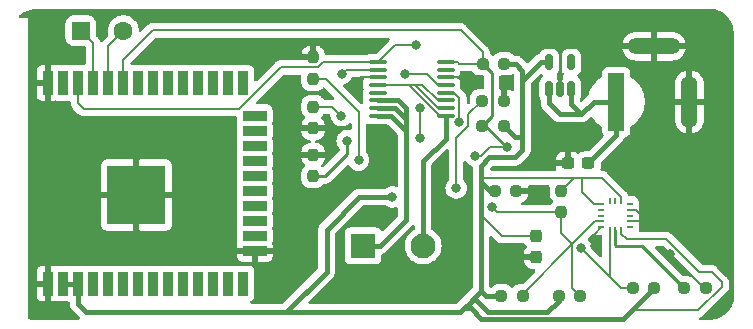
<source format=gbr>
%TF.GenerationSoftware,KiCad,Pcbnew,(6.0.2-0)*%
%TF.CreationDate,2022-03-21T13:29:43-04:00*%
%TF.ProjectId,chip-hardware,63686970-2d68-4617-9264-776172652e6b,v02*%
%TF.SameCoordinates,Original*%
%TF.FileFunction,Copper,L1,Top*%
%TF.FilePolarity,Positive*%
%FSLAX46Y46*%
G04 Gerber Fmt 4.6, Leading zero omitted, Abs format (unit mm)*
G04 Created by KiCad (PCBNEW (6.0.2-0)) date 2022-03-21 13:29:43*
%MOMM*%
%LPD*%
G01*
G04 APERTURE LIST*
G04 Aperture macros list*
%AMRoundRect*
0 Rectangle with rounded corners*
0 $1 Rounding radius*
0 $2 $3 $4 $5 $6 $7 $8 $9 X,Y pos of 4 corners*
0 Add a 4 corners polygon primitive as box body*
4,1,4,$2,$3,$4,$5,$6,$7,$8,$9,$2,$3,0*
0 Add four circle primitives for the rounded corners*
1,1,$1+$1,$2,$3*
1,1,$1+$1,$4,$5*
1,1,$1+$1,$6,$7*
1,1,$1+$1,$8,$9*
0 Add four rect primitives between the rounded corners*
20,1,$1+$1,$2,$3,$4,$5,0*
20,1,$1+$1,$4,$5,$6,$7,0*
20,1,$1+$1,$6,$7,$8,$9,0*
20,1,$1+$1,$8,$9,$2,$3,0*%
G04 Aperture macros list end*
%TA.AperFunction,SMDPad,CuDef*%
%ADD10RoundRect,0.237500X-0.250000X-0.237500X0.250000X-0.237500X0.250000X0.237500X-0.250000X0.237500X0*%
%TD*%
%TA.AperFunction,SMDPad,CuDef*%
%ADD11RoundRect,0.237500X0.250000X0.237500X-0.250000X0.237500X-0.250000X-0.237500X0.250000X-0.237500X0*%
%TD*%
%TA.AperFunction,ComponentPad*%
%ADD12R,2.100000X2.100000*%
%TD*%
%TA.AperFunction,ComponentPad*%
%ADD13C,2.100000*%
%TD*%
%TA.AperFunction,ComponentPad*%
%ADD14R,1.400000X4.899999*%
%TD*%
%TA.AperFunction,ComponentPad*%
%ADD15RoundRect,0.700000X0.000000X1.500000X0.000000X1.500000X0.000000X-1.500000X0.000000X-1.500000X0*%
%TD*%
%TA.AperFunction,ComponentPad*%
%ADD16RoundRect,0.700000X1.500000X0.000000X-1.500000X0.000000X-1.500000X0.000000X1.500000X0.000000X0*%
%TD*%
%TA.AperFunction,SMDPad,CuDef*%
%ADD17R,0.900000X2.000000*%
%TD*%
%TA.AperFunction,SMDPad,CuDef*%
%ADD18R,2.000000X0.900000*%
%TD*%
%TA.AperFunction,SMDPad,CuDef*%
%ADD19R,5.000000X5.000000*%
%TD*%
%TA.AperFunction,SMDPad,CuDef*%
%ADD20RoundRect,0.100000X0.637500X0.100000X-0.637500X0.100000X-0.637500X-0.100000X0.637500X-0.100000X0*%
%TD*%
%TA.AperFunction,SMDPad,CuDef*%
%ADD21RoundRect,0.150000X0.150000X-0.512500X0.150000X0.512500X-0.150000X0.512500X-0.150000X-0.512500X0*%
%TD*%
%TA.AperFunction,ComponentPad*%
%ADD22RoundRect,0.250000X-0.550000X-0.550000X0.550000X-0.550000X0.550000X0.550000X-0.550000X0.550000X0*%
%TD*%
%TA.AperFunction,ComponentPad*%
%ADD23C,1.600000*%
%TD*%
%TA.AperFunction,SMDPad,CuDef*%
%ADD24RoundRect,0.237500X-0.237500X0.250000X-0.237500X-0.250000X0.237500X-0.250000X0.237500X0.250000X0*%
%TD*%
%TA.AperFunction,SMDPad,CuDef*%
%ADD25RoundRect,0.237500X0.300000X0.237500X-0.300000X0.237500X-0.300000X-0.237500X0.300000X-0.237500X0*%
%TD*%
%TA.AperFunction,SMDPad,CuDef*%
%ADD26RoundRect,0.237500X0.237500X-0.250000X0.237500X0.250000X-0.237500X0.250000X-0.237500X-0.250000X0*%
%TD*%
%TA.AperFunction,SMDPad,CuDef*%
%ADD27RoundRect,0.062500X-0.212500X-0.062500X0.212500X-0.062500X0.212500X0.062500X-0.212500X0.062500X0*%
%TD*%
%TA.AperFunction,SMDPad,CuDef*%
%ADD28RoundRect,0.062500X-0.062500X-0.212500X0.062500X-0.212500X0.062500X0.212500X-0.062500X0.212500X0*%
%TD*%
%TA.AperFunction,SMDPad,CuDef*%
%ADD29RoundRect,0.237500X-0.237500X0.300000X-0.237500X-0.300000X0.237500X-0.300000X0.237500X0.300000X0*%
%TD*%
%TA.AperFunction,ViaPad*%
%ADD30C,0.800000*%
%TD*%
%TA.AperFunction,Conductor*%
%ADD31C,0.381000*%
%TD*%
%TA.AperFunction,Conductor*%
%ADD32C,0.127000*%
%TD*%
%TA.AperFunction,Conductor*%
%ADD33C,0.177800*%
%TD*%
%TA.AperFunction,Conductor*%
%ADD34C,0.200000*%
%TD*%
%TA.AperFunction,Conductor*%
%ADD35C,0.250000*%
%TD*%
G04 APERTURE END LIST*
D10*
%TO.P,R3,1*%
%TO.N,Net-(R3-Pad1)*%
X174017300Y-110236000D03*
%TO.P,R3,2*%
%TO.N,GND*%
X175842300Y-110236000D03*
%TD*%
D11*
%TO.P,R12,1*%
%TO.N,+3V3*%
X158750000Y-91262200D03*
%TO.P,R12,2*%
%TO.N,/SDA*%
X156925000Y-91262200D03*
%TD*%
D12*
%TO.P,J2,1,Pin_1*%
%TO.N,Net-(J2-Pad1)*%
X146807000Y-106677200D03*
D13*
%TO.P,J2,2,Pin_2*%
%TO.N,Net-(J2-Pad2)*%
X151887000Y-106677200D03*
%TD*%
D10*
%TO.P,R6,1*%
%TO.N,+3V3*%
X157953900Y-102031800D03*
%TO.P,R6,2*%
%TO.N,GND*%
X159778900Y-102031800D03*
%TD*%
D14*
%TO.P,J1,1,1*%
%TO.N,Net-(C1-Pad1)*%
X168236300Y-94482000D03*
D15*
%TO.P,J1,2,2*%
%TO.N,GND*%
X174436300Y-94482000D03*
D16*
%TO.P,J1,3,3*%
X171436300Y-89782000D03*
%TD*%
D17*
%TO.P,U5,1,GND*%
%TO.N,GND*%
X120123600Y-109871400D03*
%TO.P,U5,2,VDD*%
%TO.N,+3V3*%
X121393600Y-109871400D03*
%TO.P,U5,3,EN*%
X122663600Y-109871400D03*
%TO.P,U5,4,SENSOR_VP*%
%TO.N,unconnected-(U5-Pad4)*%
X123933600Y-109871400D03*
%TO.P,U5,5,SENSOR_VN*%
%TO.N,unconnected-(U5-Pad5)*%
X125203600Y-109871400D03*
%TO.P,U5,6,IO34*%
%TO.N,unconnected-(U5-Pad6)*%
X126473600Y-109871400D03*
%TO.P,U5,7,IO35*%
%TO.N,unconnected-(U5-Pad7)*%
X127743600Y-109871400D03*
%TO.P,U5,8,IO32*%
%TO.N,unconnected-(U5-Pad8)*%
X129013600Y-109871400D03*
%TO.P,U5,9,IO33*%
%TO.N,unconnected-(U5-Pad9)*%
X130283600Y-109871400D03*
%TO.P,U5,10,IO25*%
%TO.N,unconnected-(U5-Pad10)*%
X131553600Y-109871400D03*
%TO.P,U5,11,IO26*%
%TO.N,unconnected-(U5-Pad11)*%
X132823600Y-109871400D03*
%TO.P,U5,12,IO27*%
%TO.N,unconnected-(U5-Pad12)*%
X134093600Y-109871400D03*
%TO.P,U5,13,IO14*%
%TO.N,unconnected-(U5-Pad13)*%
X135363600Y-109871400D03*
%TO.P,U5,14,IO12*%
%TO.N,unconnected-(U5-Pad14)*%
X136633600Y-109871400D03*
D18*
%TO.P,U5,15,GND*%
%TO.N,GND*%
X137633600Y-107086400D03*
%TO.P,U5,16,IO13*%
%TO.N,unconnected-(U5-Pad16)*%
X137633600Y-105816400D03*
%TO.P,U5,17,SHD/SD2*%
%TO.N,unconnected-(U5-Pad17)*%
X137633600Y-104546400D03*
%TO.P,U5,18,SWP/SD3*%
%TO.N,unconnected-(U5-Pad18)*%
X137633600Y-103276400D03*
%TO.P,U5,19,SCS/CMD*%
%TO.N,unconnected-(U5-Pad19)*%
X137633600Y-102006400D03*
%TO.P,U5,20,SCK/CLK*%
%TO.N,unconnected-(U5-Pad20)*%
X137633600Y-100736400D03*
%TO.P,U5,21,SDO/SD0*%
%TO.N,unconnected-(U5-Pad21)*%
X137633600Y-99466400D03*
%TO.P,U5,22,SDI/SD1*%
%TO.N,unconnected-(U5-Pad22)*%
X137633600Y-98196400D03*
%TO.P,U5,23,IO15*%
%TO.N,unconnected-(U5-Pad23)*%
X137633600Y-96926400D03*
%TO.P,U5,24,IO2*%
%TO.N,unconnected-(U5-Pad24)*%
X137633600Y-95656400D03*
D17*
%TO.P,U5,25,IO0*%
%TO.N,unconnected-(U5-Pad25)*%
X136633600Y-92871400D03*
%TO.P,U5,26,IO4*%
%TO.N,unconnected-(U5-Pad26)*%
X135363600Y-92871400D03*
%TO.P,U5,27,IO16*%
%TO.N,unconnected-(U5-Pad27)*%
X134093600Y-92871400D03*
%TO.P,U5,28,IO17*%
%TO.N,unconnected-(U5-Pad28)*%
X132823600Y-92871400D03*
%TO.P,U5,29,IO5*%
%TO.N,unconnected-(U5-Pad29)*%
X131553600Y-92871400D03*
%TO.P,U5,30,IO18*%
%TO.N,unconnected-(U5-Pad30)*%
X130283600Y-92871400D03*
%TO.P,U5,31,IO19*%
%TO.N,unconnected-(U5-Pad31)*%
X129013600Y-92871400D03*
%TO.P,U5,32,NC*%
%TO.N,unconnected-(U5-Pad32)*%
X127743600Y-92871400D03*
%TO.P,U5,33,IO21*%
%TO.N,/SDA*%
X126473600Y-92871400D03*
%TO.P,U5,34,RXD0/IO3*%
%TO.N,Net-(J3-Pad2)*%
X125203600Y-92871400D03*
%TO.P,U5,35,TXD0/IO1*%
%TO.N,Net-(J3-Pad1)*%
X123933600Y-92871400D03*
%TO.P,U5,36,IO22*%
%TO.N,/SCL*%
X122663600Y-92871400D03*
%TO.P,U5,37,IO23*%
%TO.N,unconnected-(U5-Pad37)*%
X121393600Y-92871400D03*
%TO.P,U5,38,GND*%
%TO.N,GND*%
X120123600Y-92871400D03*
D19*
%TO.P,U5,39,GND*%
X127623600Y-102371400D03*
%TD*%
D20*
%TO.P,U3,1,IN+*%
%TO.N,Net-(J2-Pad2)*%
X153789300Y-95670800D03*
%TO.P,U3,2,IN+*%
X153789300Y-95020800D03*
%TO.P,U3,3,IN+*%
X153789300Y-94370800D03*
%TO.P,U3,4,A1*%
%TO.N,Net-(R9-Pad1)*%
X153789300Y-93720800D03*
%TO.P,U3,5,A0*%
%TO.N,Net-(R10-Pad1)*%
X153789300Y-93070800D03*
%TO.P,U3,6,GND*%
%TO.N,GND*%
X153789300Y-92420800D03*
%TO.P,U3,7,ALERT*%
%TO.N,unconnected-(U3-Pad7)*%
X153789300Y-91770800D03*
%TO.P,U3,8,SDA*%
%TO.N,/SDA*%
X153789300Y-91120800D03*
%TO.P,U3,9,SCL*%
%TO.N,/SCL*%
X148064300Y-91120800D03*
%TO.P,U3,10,VS*%
%TO.N,+3V3*%
X148064300Y-91770800D03*
%TO.P,U3,11,GND*%
%TO.N,GND*%
X148064300Y-92420800D03*
%TO.P,U3,12,VBUS*%
%TO.N,Net-(J2-Pad2)*%
X148064300Y-93070800D03*
%TO.P,U3,13,NC*%
%TO.N,unconnected-(U3-Pad13)*%
X148064300Y-93720800D03*
%TO.P,U3,14,IN-*%
%TO.N,Net-(J2-Pad1)*%
X148064300Y-94370800D03*
%TO.P,U3,15,IN-*%
X148064300Y-95020800D03*
%TO.P,U3,16,IN-*%
X148064300Y-95670800D03*
%TD*%
D21*
%TO.P,U1,1,IN*%
%TO.N,Net-(C1-Pad1)*%
X162549800Y-93415700D03*
%TO.P,U1,2,GND*%
%TO.N,GND*%
X163499800Y-93415700D03*
%TO.P,U1,3,EN*%
%TO.N,Net-(C1-Pad1)*%
X164449800Y-93415700D03*
%TO.P,U1,4,NC*%
%TO.N,unconnected-(U1-Pad4)*%
X164449800Y-91140700D03*
%TO.P,U1,5,OUT*%
%TO.N,+3V3*%
X162549800Y-91140700D03*
%TD*%
D11*
%TO.P,R2,1*%
%TO.N,+3V3*%
X171446200Y-110261400D03*
%TO.P,R2,2*%
%TO.N,/SDA*%
X169621200Y-110261400D03*
%TD*%
D10*
%TO.P,R5,1*%
%TO.N,Net-(R5-Pad1)*%
X156872300Y-94411800D03*
%TO.P,R5,2*%
%TO.N,GND*%
X158697300Y-94411800D03*
%TD*%
D22*
%TO.P,J3,1,Pin_1*%
%TO.N,Net-(J3-Pad1)*%
X122910600Y-88468200D03*
D23*
%TO.P,J3,2,Pin_2*%
%TO.N,Net-(J3-Pad2)*%
X126510600Y-88468200D03*
%TD*%
D24*
%TO.P,R4,1*%
%TO.N,+3V3*%
X163578000Y-102008300D03*
%TO.P,R4,2*%
%TO.N,/SCL*%
X163578000Y-103833300D03*
%TD*%
D25*
%TO.P,C1,1*%
%TO.N,Net-(C1-Pad1)*%
X165886300Y-99669600D03*
%TO.P,C1,2*%
%TO.N,GND*%
X164161300Y-99669600D03*
%TD*%
D26*
%TO.P,R9,1*%
%TO.N,Net-(R9-Pad1)*%
X142570200Y-100783400D03*
%TO.P,R9,2*%
%TO.N,GND*%
X142570200Y-98958400D03*
%TD*%
D11*
%TO.P,R7,1*%
%TO.N,+3V3*%
X158697300Y-96494600D03*
%TO.P,R7,2*%
%TO.N,/SDA*%
X156872300Y-96494600D03*
%TD*%
D10*
%TO.P,R11,1*%
%TO.N,+3V3*%
X163361900Y-110921800D03*
%TO.P,R11,2*%
%TO.N,/SCL*%
X165186900Y-110921800D03*
%TD*%
D26*
%TO.P,R8,1*%
%TO.N,Net-(R8-Pad1)*%
X142570200Y-92555700D03*
%TO.P,R8,2*%
%TO.N,GND*%
X142570200Y-90730700D03*
%TD*%
D24*
%TO.P,R10,1*%
%TO.N,Net-(R10-Pad1)*%
X142570200Y-94896300D03*
%TO.P,R10,2*%
%TO.N,GND*%
X142570200Y-96721300D03*
%TD*%
D27*
%TO.P,U2,1,VDD_IO*%
%TO.N,+3V3*%
X166948409Y-103114602D03*
%TO.P,U2,2,NC*%
%TO.N,unconnected-(U2-Pad2)*%
X166948409Y-103614601D03*
%TO.P,U2,3,NC*%
%TO.N,unconnected-(U2-Pad3)*%
X166948409Y-104114600D03*
%TO.P,U2,4,SCL/SPC*%
%TO.N,/SCL*%
X166948409Y-104614599D03*
%TO.P,U2,5,GND*%
%TO.N,GND*%
X166948409Y-105114598D03*
D28*
%TO.P,U2,6,SDA/SDI/SDO*%
%TO.N,/SDA*%
X167673401Y-105339591D03*
%TO.P,U2,7,SDO/SA0*%
%TO.N,Net-(R3-Pad1)*%
X168173400Y-105339591D03*
%TO.P,U2,8,CS*%
%TO.N,+3V3*%
X168673399Y-105339591D03*
D27*
%TO.P,U2,9,INT2*%
%TO.N,unconnected-(U2-Pad9)*%
X169398391Y-105114598D03*
%TO.P,U2,10,GND*%
%TO.N,GND*%
X169398391Y-104614599D03*
%TO.P,U2,11,INT1*%
%TO.N,unconnected-(U2-Pad11)*%
X169398391Y-104114600D03*
%TO.P,U2,12,GND*%
%TO.N,GND*%
X169398391Y-103614601D03*
%TO.P,U2,13,ADC3*%
%TO.N,unconnected-(U2-Pad13)*%
X169398391Y-103114602D03*
D28*
%TO.P,U2,14,VDD*%
%TO.N,+3V3*%
X168673399Y-102889609D03*
%TO.P,U2,15,ADC2*%
%TO.N,unconnected-(U2-Pad15)*%
X168173400Y-102889609D03*
%TO.P,U2,16,ADC1*%
%TO.N,unconnected-(U2-Pad16)*%
X167673401Y-102889609D03*
%TD*%
D10*
%TO.P,R1,1*%
%TO.N,+3V3*%
X158499900Y-110921800D03*
%TO.P,R1,2*%
%TO.N,/SCL*%
X160324900Y-110921800D03*
%TD*%
D29*
%TO.P,C2,1*%
%TO.N,+3V3*%
X161444400Y-105869400D03*
%TO.P,C2,2*%
%TO.N,GND*%
X161444400Y-107594400D03*
%TD*%
D30*
%TO.N,GND*%
X170916600Y-104648000D03*
X162433000Y-99187000D03*
X172796200Y-107391200D03*
X120091200Y-94945200D03*
X158978600Y-92887800D03*
X158673800Y-107442000D03*
X155727400Y-93319600D03*
X140792200Y-99263200D03*
X140690600Y-96824800D03*
X176174400Y-97282000D03*
X161442400Y-102082600D03*
X155448000Y-104013000D03*
X127660400Y-106172000D03*
X145923000Y-93116400D03*
X166420800Y-106654600D03*
X139979400Y-107111800D03*
X140665200Y-90144600D03*
%TO.N,+3V3*%
X149275800Y-102539800D03*
X144983200Y-92125800D03*
%TO.N,/SCL*%
X151638000Y-95021400D03*
X151638000Y-97549700D03*
X157734000Y-103403400D03*
X151257000Y-89712800D03*
%TO.N,/SDA*%
X156311600Y-99060000D03*
X158953200Y-98298000D03*
X165257400Y-106883200D03*
%TO.N,Net-(R5-Pad1)*%
X154686000Y-101777800D03*
%TO.N,Net-(R8-Pad1)*%
X146431000Y-99415600D03*
%TO.N,Net-(R9-Pad1)*%
X154966349Y-96215983D03*
X145465800Y-97764600D03*
%TO.N,Net-(R10-Pad1)*%
X150317200Y-92125800D03*
X144957800Y-95656400D03*
%TD*%
D31*
%TO.N,Net-(C1-Pad1)*%
X162534600Y-93430900D02*
X162549800Y-93415700D01*
X164449800Y-94701400D02*
X164449800Y-93415700D01*
X168236300Y-94482000D02*
X168236300Y-97319600D01*
X168236300Y-97319600D02*
X165886300Y-99669600D01*
X163449000Y-95529400D02*
X162534600Y-94615000D01*
X165277800Y-95529400D02*
X163449000Y-95529400D01*
X166325200Y-94482000D02*
X165277800Y-95529400D01*
X162534600Y-94615000D02*
X162534600Y-93430900D01*
X165277800Y-95529400D02*
X164449800Y-94701400D01*
X168236300Y-94482000D02*
X166325200Y-94482000D01*
D32*
%TO.N,GND*%
X166948400Y-105114600D02*
X166420800Y-105642200D01*
X169398400Y-103614600D02*
X169883200Y-103614600D01*
X170883200Y-104614600D02*
X170916600Y-104648000D01*
X169398400Y-104614600D02*
X170883200Y-104614600D01*
X166420800Y-105642200D02*
X166420800Y-106654600D01*
X169883200Y-103614600D02*
X170916600Y-104648000D01*
X153789300Y-92420800D02*
X154828600Y-92420800D01*
D33*
X175641000Y-110236000D02*
X172796200Y-107391200D01*
D32*
X154828600Y-92420800D02*
X155727400Y-93319600D01*
D33*
X175842300Y-110236000D02*
X175641000Y-110236000D01*
X148064300Y-92420800D02*
X146618600Y-92420800D01*
X146618600Y-92420800D02*
X145923000Y-93116400D01*
%TO.N,+3V3*%
X177165000Y-109753400D02*
X177165000Y-110144563D01*
D31*
X155930600Y-111963200D02*
X156819600Y-112852200D01*
D33*
X166335202Y-103114602D02*
X165379400Y-102158800D01*
D31*
X121393600Y-109871400D02*
X122663600Y-109871400D01*
D33*
X172474361Y-106095800D02*
X175285612Y-108907051D01*
D34*
X145338200Y-91770800D02*
X148064300Y-91770800D01*
D33*
X164672100Y-100914200D02*
X164896800Y-100914200D01*
X169113200Y-106095800D02*
X172474361Y-106095800D01*
X175285612Y-108907051D02*
X176318651Y-108907051D01*
D31*
X156794200Y-100914200D02*
X156794200Y-99898200D01*
X156210000Y-111099600D02*
X157403800Y-112293400D01*
X157403800Y-112293400D02*
X162407600Y-112293400D01*
X143713200Y-105308400D02*
X146481800Y-102539800D01*
X156794200Y-101295200D02*
X156794200Y-100914200D01*
X155346400Y-111963200D02*
X155930600Y-111963200D01*
D34*
X161444400Y-105869400D02*
X158574400Y-105869400D01*
D31*
X160299400Y-91846400D02*
X159715200Y-91262200D01*
X160299400Y-97485200D02*
X160299400Y-92684600D01*
X157505400Y-99187000D02*
X159639000Y-99187000D01*
X163361900Y-111339100D02*
X163361900Y-110921800D01*
D33*
X163578000Y-102008300D02*
X164672100Y-100914200D01*
D31*
X160299400Y-97485200D02*
X159687900Y-97485200D01*
D34*
X167020328Y-100914200D02*
X165379400Y-100914200D01*
X158574400Y-105869400D02*
X156794200Y-104089200D01*
D31*
X143713200Y-108864400D02*
X143713200Y-105308400D01*
X162407600Y-112293400D02*
X163361900Y-111339100D01*
X155346400Y-111963200D02*
X155829000Y-111480600D01*
X140309600Y-112268000D02*
X155041600Y-112268000D01*
D34*
X164896800Y-100914200D02*
X162102800Y-100914200D01*
D31*
X156819600Y-112852200D02*
X168855400Y-112852200D01*
X157200600Y-110921800D02*
X158499900Y-110921800D01*
X160299400Y-98526600D02*
X160299400Y-97485200D01*
D33*
X175183163Y-112126400D02*
X169581200Y-112126400D01*
D34*
X162102800Y-100914200D02*
X156794200Y-100914200D01*
D31*
X159687900Y-97485200D02*
X158697300Y-96494600D01*
X155041600Y-112268000D02*
X155346400Y-111963200D01*
X155829000Y-111480600D02*
X156210000Y-111099600D01*
X160299400Y-92684600D02*
X160299400Y-91846400D01*
X159639000Y-99187000D02*
X160299400Y-98526600D01*
X157530800Y-102031800D02*
X156794200Y-101295200D01*
X161843300Y-91140700D02*
X162549800Y-91140700D01*
D34*
X144983200Y-92125800D02*
X145338200Y-91770800D01*
D31*
X123342400Y-112268000D02*
X140309600Y-112268000D01*
X156210000Y-111099600D02*
X156794200Y-110515400D01*
D33*
X168673399Y-105655999D02*
X169113200Y-106095800D01*
X166948409Y-103114602D02*
X166335202Y-103114602D01*
X165379400Y-102158800D02*
X165379400Y-100914200D01*
D31*
X160299400Y-92684600D02*
X161843300Y-91140700D01*
D33*
X168673399Y-105339591D02*
X168673399Y-105655999D01*
D34*
X168673400Y-102889600D02*
X168673400Y-102567272D01*
D31*
X122663600Y-111589200D02*
X123342400Y-112268000D01*
X156794200Y-104089200D02*
X156794200Y-101295200D01*
D33*
X176318651Y-108907051D02*
X177165000Y-109753400D01*
D31*
X168855400Y-112852200D02*
X169581200Y-112126400D01*
X122663600Y-109871400D02*
X122663600Y-111589200D01*
X159715200Y-91262200D02*
X158750000Y-91262200D01*
D33*
X177165000Y-110144563D02*
X175183163Y-112126400D01*
D31*
X156794200Y-99898200D02*
X157505400Y-99187000D01*
X156794200Y-110515400D02*
X156794200Y-104089200D01*
X157953900Y-102031800D02*
X157530800Y-102031800D01*
X140309600Y-112268000D02*
X143713200Y-108864400D01*
X169581200Y-112126400D02*
X171446200Y-110261400D01*
D34*
X165379400Y-100914200D02*
X164896800Y-100914200D01*
X168673400Y-102567272D02*
X167020328Y-100914200D01*
D31*
X156794200Y-110515400D02*
X157200600Y-110921800D01*
X146481800Y-102539800D02*
X149275800Y-102539800D01*
%TO.N,Net-(J2-Pad1)*%
X148064300Y-95670800D02*
X149137800Y-95670800D01*
X150444200Y-95021400D02*
X149793600Y-94370800D01*
X150444200Y-104471000D02*
X150444200Y-96977200D01*
X149503800Y-95020800D02*
X150444200Y-95961200D01*
X146807000Y-106677200D02*
X148238000Y-106677200D01*
X149137800Y-95670800D02*
X150444200Y-96977200D01*
X148064300Y-95020800D02*
X149503800Y-95020800D01*
X150444200Y-95961200D02*
X150444200Y-95021400D01*
X150444200Y-96977200D02*
X150444200Y-95961200D01*
X149793600Y-94370800D02*
X148064300Y-94370800D01*
X148238000Y-106677200D02*
X150444200Y-104471000D01*
D34*
%TO.N,Net-(J2-Pad2)*%
X151836794Y-93070800D02*
X153136794Y-94370800D01*
X153293000Y-95670800D02*
X153789300Y-95670800D01*
X151201000Y-93070800D02*
X153151000Y-95020800D01*
X150693000Y-93070800D02*
X151201000Y-93070800D01*
X148064300Y-93070800D02*
X150693000Y-93070800D01*
X151201000Y-93070800D02*
X151836794Y-93070800D01*
D31*
X151887000Y-106677200D02*
X151887000Y-99496800D01*
D34*
X153151000Y-95020800D02*
X153789300Y-95020800D01*
X153136794Y-94370800D02*
X153789300Y-94370800D01*
D31*
X151887000Y-99496800D02*
X153789300Y-97594500D01*
D34*
X150693000Y-93070800D02*
X153293000Y-95670800D01*
D31*
X153789300Y-97594500D02*
X153789300Y-95670800D01*
D34*
%TO.N,Net-(J3-Pad1)*%
X123933600Y-89491200D02*
X123933600Y-92871400D01*
X122910600Y-88468200D02*
X123933600Y-89491200D01*
%TO.N,Net-(J3-Pad2)*%
X125203600Y-89775200D02*
X125203600Y-92871400D01*
X126510600Y-88468200D02*
X125203600Y-89775200D01*
%TO.N,/SCL*%
X149472300Y-89712800D02*
X148064300Y-91120800D01*
D33*
X164532889Y-106535911D02*
X164532889Y-110267789D01*
D34*
X151257000Y-89712800D02*
X149472300Y-89712800D01*
D33*
X164532889Y-106535911D02*
X160324900Y-110743900D01*
D34*
X151638000Y-97549700D02*
X151638000Y-95021400D01*
D33*
X164532889Y-110267789D02*
X165186900Y-110921800D01*
X163578000Y-105581022D02*
X164532889Y-106535911D01*
X158163900Y-103833300D02*
X163578000Y-103833300D01*
X163578000Y-103833300D02*
X163578000Y-105581022D01*
D34*
X123164600Y-95097600D02*
X122656600Y-94589600D01*
X148064300Y-91120800D02*
X143427060Y-91120800D01*
X136296400Y-95097600D02*
X123164600Y-95097600D01*
D33*
X157734000Y-103403400D02*
X158163900Y-103833300D01*
D34*
X142975971Y-91571889D02*
X139822111Y-91571889D01*
X122656600Y-94589600D02*
X122663600Y-94582600D01*
D33*
X164532889Y-106535911D02*
X166454200Y-104614600D01*
D34*
X143427060Y-91120800D02*
X142975971Y-91571889D01*
D33*
X160324900Y-110743900D02*
X160324900Y-110921800D01*
D34*
X122663600Y-94582600D02*
X122663600Y-92871400D01*
D33*
X166454200Y-104614600D02*
X166948400Y-104614600D01*
D34*
X139822111Y-91571889D02*
X136296400Y-95097600D01*
D33*
%TO.N,/SDA*%
X167673400Y-105339600D02*
X167673400Y-109299200D01*
D34*
X128981200Y-88442800D02*
X126473600Y-90950400D01*
D35*
X157684320Y-92021520D02*
X156925000Y-91262200D01*
D34*
X154965400Y-91262200D02*
X154813000Y-91109800D01*
X157530800Y-98298000D02*
X158953200Y-98298000D01*
D35*
X157684320Y-95682580D02*
X157684320Y-92021520D01*
D34*
X168635600Y-110261400D02*
X169621200Y-110261400D01*
X153800300Y-91109800D02*
X153789300Y-91120800D01*
D35*
X156872300Y-96494600D02*
X157684320Y-95682580D01*
X156872300Y-96494600D02*
X157149800Y-96494600D01*
D34*
X154813000Y-91109800D02*
X153800300Y-91109800D01*
X126473600Y-90950400D02*
X126473600Y-92871400D01*
X155067000Y-88442800D02*
X156925000Y-90300800D01*
X165257400Y-106883200D02*
X168635600Y-110261400D01*
X155067000Y-88442800D02*
X128981200Y-88442800D01*
D35*
X157149800Y-96494600D02*
X158953200Y-98298000D01*
D34*
X156925000Y-91262200D02*
X154965400Y-91262200D01*
X156925000Y-90300800D02*
X156925000Y-91262200D01*
X156768800Y-99060000D02*
X157530800Y-98298000D01*
X156311600Y-99060000D02*
X156768800Y-99060000D01*
D33*
X167673400Y-109299200D02*
X168635600Y-110261400D01*
D35*
%TO.N,Net-(R3-Pad1)*%
X168173400Y-106603800D02*
X168173400Y-105339600D01*
X170435900Y-106654600D02*
X168224200Y-106654600D01*
X168224200Y-106654600D02*
X168173400Y-106603800D01*
X174017300Y-110236000D02*
X170435900Y-106654600D01*
D34*
%TO.N,Net-(R5-Pad1)*%
X154686000Y-101777800D02*
X154686000Y-97586800D01*
X154686000Y-97586800D02*
X155727400Y-96545400D01*
X155727400Y-96545400D02*
X155727400Y-95556700D01*
X155727400Y-95556700D02*
X156872300Y-94411800D01*
D33*
%TO.N,Net-(R8-Pad1)*%
X143662392Y-92555700D02*
X146431000Y-95324308D01*
X146431000Y-95324308D02*
X146431000Y-99415600D01*
X142570200Y-92555700D02*
X143662392Y-92555700D01*
D34*
%TO.N,Net-(R9-Pad1)*%
X154966349Y-94158749D02*
X154533600Y-93726000D01*
X154966349Y-96215983D02*
X154966349Y-94158749D01*
D35*
X143590000Y-100783400D02*
X145465800Y-98907600D01*
X142570200Y-100783400D02*
X143590000Y-100783400D01*
X145465800Y-98907600D02*
X145465800Y-97764600D01*
D33*
%TO.N,Net-(R10-Pad1)*%
X144197700Y-94896300D02*
X144957800Y-95656400D01*
X142570200Y-94896300D02*
X144197700Y-94896300D01*
D34*
X152191794Y-92125800D02*
X153136794Y-93070800D01*
X150317200Y-92125800D02*
X152191794Y-92125800D01*
X153136794Y-93070800D02*
X153789300Y-93070800D01*
%TD*%
%TA.AperFunction,Conductor*%
%TO.N,GND*%
G36*
X176605362Y-86619000D02*
G01*
X176784772Y-86671108D01*
X176799315Y-86676318D01*
X176805794Y-86679098D01*
X177021191Y-86771525D01*
X177034978Y-86778471D01*
X177176959Y-86861283D01*
X177243547Y-86900121D01*
X177256388Y-86908708D01*
X177448482Y-87054950D01*
X177460177Y-87065043D01*
X177632942Y-87233704D01*
X177643313Y-87245152D01*
X177794139Y-87433684D01*
X177803028Y-87446310D01*
X177815094Y-87465899D01*
X177929653Y-87651888D01*
X177936933Y-87665513D01*
X178028092Y-87864602D01*
X178037446Y-87885032D01*
X178043004Y-87899444D01*
X178087749Y-88040730D01*
X178115900Y-88129621D01*
X178119651Y-88144601D01*
X178137429Y-88240113D01*
X178163831Y-88381960D01*
X178165722Y-88397292D01*
X178178419Y-88604004D01*
X178177205Y-88630078D01*
X178177195Y-88630862D01*
X178175814Y-88639734D01*
X178176978Y-88648635D01*
X178176978Y-88648639D01*
X178179936Y-88671254D01*
X178181000Y-88687592D01*
X178181000Y-111290676D01*
X178175840Y-111326365D01*
X178143749Y-111435021D01*
X178120788Y-111512761D01*
X178115535Y-111527227D01*
X178072650Y-111626052D01*
X178015817Y-111757016D01*
X178008837Y-111770737D01*
X177881847Y-111986640D01*
X177873247Y-111999407D01*
X177720872Y-112198219D01*
X177710779Y-112209842D01*
X177535301Y-112388586D01*
X177523866Y-112398892D01*
X177446062Y-112460834D01*
X177327888Y-112554914D01*
X177315293Y-112563740D01*
X177116054Y-112685927D01*
X177101762Y-112694692D01*
X177088177Y-112701921D01*
X176881492Y-112796179D01*
X176860264Y-112805860D01*
X176845895Y-112811379D01*
X176762455Y-112837705D01*
X176607015Y-112886747D01*
X176592080Y-112890473D01*
X176517309Y-112904340D01*
X176345796Y-112936149D01*
X176330525Y-112938025D01*
X176222878Y-112944614D01*
X176114811Y-112951228D01*
X176088616Y-112950004D01*
X176087942Y-112949996D01*
X176079069Y-112948614D01*
X176070161Y-112949779D01*
X176047692Y-112952717D01*
X176031297Y-112953781D01*
X175377383Y-112953483D01*
X175309271Y-112933450D01*
X175262803Y-112879773D01*
X175252731Y-112809494D01*
X175282253Y-112744927D01*
X175339421Y-112709160D01*
X175339116Y-112708423D01*
X175343505Y-112706605D01*
X175346743Y-112705264D01*
X175346746Y-112705263D01*
X175411778Y-112678325D01*
X175484440Y-112648228D01*
X175609234Y-112552471D01*
X175628253Y-112527685D01*
X175639120Y-112515294D01*
X177553895Y-110600520D01*
X177566287Y-110589652D01*
X177584517Y-110575664D01*
X177584521Y-110575660D01*
X177591071Y-110570634D01*
X177596097Y-110564084D01*
X177596100Y-110564081D01*
X177624506Y-110527061D01*
X177681799Y-110452394D01*
X177686828Y-110445840D01*
X177747023Y-110300516D01*
X177767556Y-110144563D01*
X177763478Y-110113588D01*
X177762400Y-110097141D01*
X177762400Y-109800814D01*
X177763478Y-109784367D01*
X177766477Y-109761588D01*
X177767555Y-109753400D01*
X177747023Y-109597447D01*
X177686828Y-109452123D01*
X177653793Y-109409071D01*
X177591071Y-109327329D01*
X177566285Y-109308310D01*
X177553894Y-109297443D01*
X176774612Y-108518161D01*
X176763744Y-108505770D01*
X176749745Y-108487526D01*
X176749744Y-108487525D01*
X176744722Y-108480980D01*
X176619928Y-108385223D01*
X176474604Y-108325028D01*
X176357806Y-108309651D01*
X176318651Y-108304496D01*
X176310463Y-108305574D01*
X176310462Y-108305574D01*
X176287682Y-108308573D01*
X176271236Y-108309651D01*
X175585253Y-108309651D01*
X175517132Y-108289649D01*
X175496158Y-108272746D01*
X172930321Y-105706909D01*
X172919453Y-105694517D01*
X172905458Y-105676278D01*
X172905454Y-105676274D01*
X172900432Y-105669729D01*
X172775638Y-105573972D01*
X172630314Y-105513777D01*
X172562888Y-105504900D01*
X172474361Y-105493245D01*
X172466173Y-105494323D01*
X172466172Y-105494323D01*
X172443392Y-105497322D01*
X172426946Y-105498400D01*
X170284133Y-105498400D01*
X170216012Y-105478398D01*
X170169519Y-105424742D01*
X170159415Y-105354468D01*
X170162426Y-105339791D01*
X170164035Y-105333784D01*
X170167194Y-105326159D01*
X170168681Y-105314869D01*
X170181353Y-105218610D01*
X170181353Y-105218609D01*
X170181891Y-105214523D01*
X170181890Y-105014674D01*
X170178003Y-104985142D01*
X170168910Y-104916072D01*
X170167194Y-104903037D01*
X170164255Y-104895942D01*
X170164256Y-104831012D01*
X170167785Y-104817843D01*
X170180853Y-104718580D01*
X170181391Y-104710371D01*
X170181391Y-104518827D01*
X170180853Y-104510618D01*
X170167785Y-104411360D01*
X170164255Y-104398184D01*
X170164256Y-104333254D01*
X170167194Y-104326161D01*
X170181891Y-104214525D01*
X170181890Y-104014676D01*
X170179161Y-103993940D01*
X170168272Y-103911229D01*
X170167194Y-103903039D01*
X170164255Y-103895944D01*
X170164256Y-103831014D01*
X170167785Y-103817845D01*
X170180853Y-103718582D01*
X170181391Y-103710373D01*
X170181391Y-103518829D01*
X170180853Y-103510620D01*
X170167785Y-103411362D01*
X170164255Y-103398186D01*
X170164256Y-103333256D01*
X170167194Y-103326163D01*
X170181891Y-103214527D01*
X170181890Y-103014678D01*
X170175305Y-102964650D01*
X170168272Y-102911228D01*
X170168271Y-102911226D01*
X170167194Y-102903041D01*
X170109658Y-102764138D01*
X170018133Y-102644860D01*
X169898854Y-102553335D01*
X169759952Y-102495799D01*
X169751768Y-102494722D01*
X169751766Y-102494721D01*
X169652403Y-102481640D01*
X169652402Y-102481640D01*
X169648316Y-102481102D01*
X169634209Y-102481102D01*
X169380533Y-102481103D01*
X169312414Y-102461101D01*
X169264124Y-102403318D01*
X169258254Y-102389146D01*
X169204924Y-102260396D01*
X169131878Y-102165201D01*
X169131874Y-102165197D01*
X169127733Y-102159800D01*
X169112416Y-102139838D01*
X169112413Y-102139835D01*
X169107387Y-102133285D01*
X169100832Y-102128255D01*
X169082021Y-102113820D01*
X169069630Y-102102953D01*
X167484643Y-100517966D01*
X167473776Y-100505575D01*
X167459341Y-100486763D01*
X167454315Y-100480213D01*
X167422403Y-100455726D01*
X167422400Y-100455723D01*
X167333757Y-100387704D01*
X167333755Y-100387703D01*
X167327204Y-100382676D01*
X167179179Y-100321362D01*
X167170992Y-100320284D01*
X167170991Y-100320284D01*
X167153094Y-100317928D01*
X167060221Y-100305701D01*
X167060219Y-100305701D01*
X167060213Y-100305700D01*
X167060211Y-100305700D01*
X167060202Y-100305699D01*
X167028517Y-100301528D01*
X167020328Y-100300450D01*
X167014811Y-100301176D01*
X166947888Y-100281526D01*
X166901395Y-100227870D01*
X166891291Y-100157596D01*
X166896416Y-100135861D01*
X166911775Y-100089555D01*
X166921774Y-100059409D01*
X166925912Y-100019026D01*
X166929398Y-99985000D01*
X166932300Y-99956672D01*
X166932300Y-99664325D01*
X166952302Y-99596204D01*
X166969205Y-99575230D01*
X168710338Y-97834097D01*
X168716604Y-97828243D01*
X168753849Y-97795752D01*
X168759574Y-97790758D01*
X168795794Y-97739222D01*
X168799727Y-97733926D01*
X168833906Y-97690337D01*
X168833908Y-97690334D01*
X168838592Y-97684360D01*
X168841718Y-97677436D01*
X168843556Y-97674401D01*
X168850800Y-97661702D01*
X168852488Y-97658554D01*
X168856856Y-97652339D01*
X168879738Y-97593650D01*
X168882278Y-97587605D01*
X168908213Y-97530165D01*
X168909325Y-97524167D01*
X168948427Y-97465676D01*
X169015595Y-97437114D01*
X169021426Y-97436480D01*
X169046616Y-97433744D01*
X169183005Y-97382614D01*
X169299561Y-97295260D01*
X169386915Y-97178704D01*
X169438045Y-97042315D01*
X169444800Y-96980133D01*
X169444800Y-96651610D01*
X169464802Y-96583489D01*
X169502452Y-96545758D01*
X169675667Y-96433915D01*
X169675673Y-96433910D01*
X169679033Y-96431741D01*
X169915082Y-96232617D01*
X170056948Y-96078069D01*
X170092371Y-96039479D01*
X173228301Y-96039479D01*
X173228509Y-96044589D01*
X173238924Y-96172655D01*
X173240694Y-96183208D01*
X173291591Y-96381436D01*
X173295319Y-96391964D01*
X173380418Y-96577834D01*
X173385953Y-96587539D01*
X173502616Y-96755395D01*
X173509789Y-96763974D01*
X173654326Y-96908511D01*
X173662905Y-96915684D01*
X173830761Y-97032347D01*
X173840466Y-97037882D01*
X174026336Y-97122981D01*
X174036864Y-97126709D01*
X174164752Y-97159546D01*
X174178847Y-97159062D01*
X174182300Y-97150759D01*
X174182300Y-97145936D01*
X174690300Y-97145936D01*
X174694273Y-97159467D01*
X174703171Y-97160746D01*
X174835736Y-97126709D01*
X174846264Y-97122981D01*
X175032134Y-97037882D01*
X175041839Y-97032347D01*
X175209695Y-96915684D01*
X175218274Y-96908511D01*
X175362811Y-96763974D01*
X175369984Y-96755395D01*
X175486647Y-96587539D01*
X175492182Y-96577834D01*
X175577281Y-96391964D01*
X175581009Y-96381436D01*
X175631905Y-96183210D01*
X175633676Y-96172654D01*
X175644093Y-96044588D01*
X175644300Y-96039482D01*
X175644300Y-94754115D01*
X175639825Y-94738876D01*
X175638435Y-94737671D01*
X175630752Y-94736000D01*
X174708415Y-94736000D01*
X174693176Y-94740475D01*
X174691971Y-94741865D01*
X174690300Y-94749548D01*
X174690300Y-97145936D01*
X174182300Y-97145936D01*
X174182300Y-94754115D01*
X174177825Y-94738876D01*
X174176435Y-94737671D01*
X174168752Y-94736000D01*
X173246416Y-94736000D01*
X173231177Y-94740475D01*
X173229972Y-94741865D01*
X173228301Y-94749548D01*
X173228301Y-96039479D01*
X170092371Y-96039479D01*
X170121201Y-96008072D01*
X170121203Y-96008070D01*
X170123916Y-96005114D01*
X170262292Y-95809316D01*
X170299834Y-95756195D01*
X170299836Y-95756192D01*
X170302149Y-95752919D01*
X170446893Y-95480121D01*
X170448309Y-95476364D01*
X170554384Y-95194904D01*
X170554386Y-95194898D01*
X170555801Y-95191143D01*
X170597117Y-95017041D01*
X170626178Y-94894584D01*
X170626179Y-94894579D01*
X170627107Y-94890668D01*
X170659655Y-94583569D01*
X170659211Y-94563182D01*
X170653007Y-94278839D01*
X170653006Y-94278833D01*
X170652919Y-94274823D01*
X170643156Y-94209885D01*
X173228300Y-94209885D01*
X173232775Y-94225124D01*
X173234165Y-94226329D01*
X173241848Y-94228000D01*
X174164185Y-94228000D01*
X174179424Y-94223525D01*
X174180629Y-94222135D01*
X174182300Y-94214452D01*
X174182300Y-94209885D01*
X174690300Y-94209885D01*
X174694775Y-94225124D01*
X174696165Y-94226329D01*
X174703848Y-94228000D01*
X175626184Y-94228000D01*
X175641423Y-94223525D01*
X175642628Y-94222135D01*
X175644299Y-94214452D01*
X175644299Y-92924521D01*
X175644091Y-92919411D01*
X175633676Y-92791345D01*
X175631906Y-92780792D01*
X175581009Y-92582564D01*
X175577281Y-92572036D01*
X175492182Y-92386166D01*
X175486647Y-92376461D01*
X175369984Y-92208605D01*
X175362811Y-92200026D01*
X175218274Y-92055489D01*
X175209695Y-92048316D01*
X175041839Y-91931653D01*
X175032134Y-91926118D01*
X174846264Y-91841019D01*
X174835736Y-91837291D01*
X174707848Y-91804454D01*
X174693753Y-91804938D01*
X174690300Y-91813241D01*
X174690300Y-94209885D01*
X174182300Y-94209885D01*
X174182300Y-91818064D01*
X174178327Y-91804533D01*
X174169429Y-91803254D01*
X174036864Y-91837291D01*
X174026336Y-91841019D01*
X173840466Y-91926118D01*
X173830761Y-91931653D01*
X173662905Y-92048316D01*
X173654326Y-92055489D01*
X173509789Y-92200026D01*
X173502616Y-92208605D01*
X173385953Y-92376461D01*
X173380418Y-92386166D01*
X173295319Y-92572036D01*
X173291591Y-92582564D01*
X173240695Y-92780790D01*
X173238924Y-92791346D01*
X173228507Y-92919412D01*
X173228300Y-92924518D01*
X173228300Y-94209885D01*
X170643156Y-94209885D01*
X170607006Y-93969435D01*
X170605261Y-93963287D01*
X170549960Y-93768508D01*
X170522661Y-93672357D01*
X170401252Y-93388404D01*
X170399222Y-93384951D01*
X170399218Y-93384943D01*
X170246780Y-93125639D01*
X170246776Y-93125633D01*
X170244746Y-93122180D01*
X170055682Y-92877999D01*
X169837123Y-92659822D01*
X169677681Y-92536813D01*
X169595793Y-92473636D01*
X169595789Y-92473633D01*
X169592613Y-92471183D01*
X169507132Y-92421132D01*
X169458456Y-92369454D01*
X169444800Y-92312402D01*
X169444800Y-91983867D01*
X169438045Y-91921685D01*
X169386915Y-91785296D01*
X169299561Y-91668740D01*
X169183005Y-91581386D01*
X169046616Y-91530256D01*
X168984434Y-91523501D01*
X167488166Y-91523501D01*
X167425984Y-91530256D01*
X167289595Y-91581386D01*
X167173039Y-91668740D01*
X167085685Y-91785296D01*
X167034555Y-91921685D01*
X167027800Y-91983867D01*
X167027800Y-92312390D01*
X167007798Y-92380511D01*
X166970148Y-92418242D01*
X166796933Y-92530085D01*
X166796927Y-92530090D01*
X166793567Y-92532259D01*
X166557518Y-92731383D01*
X166524351Y-92767515D01*
X166354606Y-92952435D01*
X166348684Y-92958886D01*
X166346366Y-92962166D01*
X166187386Y-93187119D01*
X166170451Y-93211081D01*
X166025707Y-93483879D01*
X166024292Y-93487635D01*
X166024291Y-93487636D01*
X165934925Y-93724762D01*
X165916799Y-93772857D01*
X165895211Y-93863828D01*
X165886396Y-93900971D01*
X165857879Y-93955694D01*
X165818682Y-93999688D01*
X165813717Y-94004946D01*
X165366894Y-94451769D01*
X165304582Y-94485795D01*
X165233767Y-94480730D01*
X165188704Y-94451769D01*
X165185705Y-94448770D01*
X165151679Y-94386458D01*
X165148800Y-94359675D01*
X165148800Y-94327970D01*
X165166347Y-94263831D01*
X165204907Y-94198629D01*
X165204907Y-94198628D01*
X165208945Y-94191801D01*
X165218548Y-94158749D01*
X165237353Y-94094020D01*
X165255362Y-94032031D01*
X165256153Y-94021991D01*
X165258107Y-93997158D01*
X165258107Y-93997150D01*
X165258300Y-93994702D01*
X165258300Y-92836698D01*
X165256997Y-92820137D01*
X165255867Y-92805779D01*
X165255866Y-92805774D01*
X165255362Y-92799369D01*
X165222759Y-92687148D01*
X165211157Y-92647212D01*
X165211156Y-92647210D01*
X165208945Y-92639599D01*
X165163347Y-92562497D01*
X165128291Y-92503220D01*
X165128289Y-92503217D01*
X165124253Y-92496393D01*
X165006607Y-92378747D01*
X165002798Y-92376494D01*
X164962145Y-92320204D01*
X164958294Y-92249312D01*
X164993382Y-92187591D01*
X165001076Y-92180924D01*
X165006607Y-92177653D01*
X165124253Y-92060007D01*
X165128289Y-92053183D01*
X165128291Y-92053180D01*
X165198080Y-91935173D01*
X165208945Y-91916801D01*
X165216528Y-91890702D01*
X165230961Y-91841019D01*
X165255362Y-91757031D01*
X165255971Y-91749302D01*
X165258107Y-91722158D01*
X165258107Y-91722150D01*
X165258300Y-91719702D01*
X165258300Y-90561698D01*
X165258103Y-90559197D01*
X165255867Y-90530779D01*
X165255866Y-90530774D01*
X165255362Y-90524369D01*
X165213271Y-90379489D01*
X165211157Y-90372212D01*
X165211156Y-90372210D01*
X165208945Y-90364599D01*
X165171214Y-90300800D01*
X165128291Y-90228220D01*
X165128289Y-90228217D01*
X165124253Y-90221393D01*
X165006607Y-90103747D01*
X164999783Y-90099711D01*
X164999780Y-90099709D01*
X164913817Y-90048871D01*
X168757554Y-90048871D01*
X168791591Y-90181436D01*
X168795319Y-90191964D01*
X168880418Y-90377834D01*
X168885953Y-90387539D01*
X169002616Y-90555395D01*
X169009789Y-90563974D01*
X169154326Y-90708511D01*
X169162905Y-90715684D01*
X169330761Y-90832347D01*
X169340466Y-90837882D01*
X169526336Y-90922981D01*
X169536864Y-90926709D01*
X169735090Y-90977605D01*
X169745646Y-90979376D01*
X169873712Y-90989793D01*
X169878818Y-90990000D01*
X171164185Y-90990000D01*
X171179424Y-90985525D01*
X171180629Y-90984135D01*
X171182300Y-90976452D01*
X171182300Y-90971884D01*
X171690300Y-90971884D01*
X171694775Y-90987123D01*
X171696165Y-90988328D01*
X171703848Y-90989999D01*
X172993779Y-90989999D01*
X172998889Y-90989791D01*
X173126955Y-90979376D01*
X173137508Y-90977606D01*
X173335736Y-90926709D01*
X173346264Y-90922981D01*
X173532134Y-90837882D01*
X173541839Y-90832347D01*
X173709695Y-90715684D01*
X173718274Y-90708511D01*
X173862811Y-90563974D01*
X173869984Y-90555395D01*
X173986647Y-90387539D01*
X173992182Y-90377834D01*
X174077281Y-90191964D01*
X174081009Y-90181436D01*
X174113846Y-90053548D01*
X174113362Y-90039453D01*
X174105059Y-90036000D01*
X171708415Y-90036000D01*
X171693176Y-90040475D01*
X171691971Y-90041865D01*
X171690300Y-90049548D01*
X171690300Y-90971884D01*
X171182300Y-90971884D01*
X171182300Y-90054115D01*
X171177825Y-90038876D01*
X171176435Y-90037671D01*
X171168752Y-90036000D01*
X168772364Y-90036000D01*
X168758833Y-90039973D01*
X168757554Y-90048871D01*
X164913817Y-90048871D01*
X164870227Y-90023092D01*
X164870228Y-90023092D01*
X164863401Y-90019055D01*
X164855790Y-90016844D01*
X164855788Y-90016843D01*
X164803162Y-90001554D01*
X164703631Y-89972638D01*
X164697226Y-89972134D01*
X164697221Y-89972133D01*
X164668758Y-89969893D01*
X164668750Y-89969893D01*
X164666302Y-89969700D01*
X164233298Y-89969700D01*
X164230850Y-89969893D01*
X164230842Y-89969893D01*
X164202379Y-89972133D01*
X164202374Y-89972134D01*
X164195969Y-89972638D01*
X164096438Y-90001554D01*
X164043812Y-90016843D01*
X164043810Y-90016844D01*
X164036199Y-90019055D01*
X164029372Y-90023092D01*
X164029373Y-90023092D01*
X163899820Y-90099709D01*
X163899817Y-90099711D01*
X163892993Y-90103747D01*
X163775347Y-90221393D01*
X163771311Y-90228217D01*
X163771309Y-90228220D01*
X163728386Y-90300800D01*
X163690655Y-90364599D01*
X163688444Y-90372210D01*
X163688443Y-90372212D01*
X163686329Y-90379489D01*
X163644238Y-90524369D01*
X163643734Y-90530774D01*
X163643733Y-90530779D01*
X163641497Y-90559197D01*
X163641300Y-90561698D01*
X163641300Y-91719702D01*
X163641493Y-91722150D01*
X163641493Y-91722158D01*
X163643630Y-91749302D01*
X163644238Y-91757031D01*
X163668639Y-91841019D01*
X163683073Y-91890702D01*
X163690655Y-91916801D01*
X163775347Y-92060007D01*
X163780956Y-92065616D01*
X163785199Y-92071086D01*
X163811146Y-92137171D01*
X163797245Y-92206794D01*
X163759354Y-92248316D01*
X163753800Y-92260570D01*
X163753800Y-92498358D01*
X163736253Y-92562497D01*
X163690655Y-92639599D01*
X163688444Y-92647210D01*
X163688443Y-92647212D01*
X163676841Y-92687148D01*
X163644238Y-92799369D01*
X163643734Y-92805774D01*
X163643733Y-92805779D01*
X163642603Y-92820137D01*
X163641300Y-92836698D01*
X163641300Y-93543700D01*
X163621298Y-93611821D01*
X163567642Y-93658314D01*
X163515300Y-93669700D01*
X163484300Y-93669700D01*
X163416179Y-93649698D01*
X163369686Y-93596042D01*
X163358300Y-93543700D01*
X163358300Y-92836698D01*
X163356997Y-92820137D01*
X163355867Y-92805779D01*
X163355866Y-92805774D01*
X163355362Y-92799369D01*
X163322759Y-92687148D01*
X163311157Y-92647212D01*
X163311156Y-92647210D01*
X163308945Y-92639599D01*
X163263347Y-92562497D01*
X163245800Y-92498358D01*
X163245800Y-92266322D01*
X163241326Y-92251084D01*
X163231918Y-92242932D01*
X163193534Y-92183206D01*
X163193534Y-92112210D01*
X163214871Y-92070480D01*
X163218645Y-92065615D01*
X163224253Y-92060007D01*
X163228289Y-92053183D01*
X163228291Y-92053180D01*
X163298080Y-91935173D01*
X163308945Y-91916801D01*
X163316528Y-91890702D01*
X163330961Y-91841019D01*
X163355362Y-91757031D01*
X163355971Y-91749302D01*
X163358107Y-91722158D01*
X163358107Y-91722150D01*
X163358300Y-91719702D01*
X163358300Y-90561698D01*
X163358103Y-90559197D01*
X163355867Y-90530779D01*
X163355866Y-90530774D01*
X163355362Y-90524369D01*
X163313271Y-90379489D01*
X163311157Y-90372212D01*
X163311156Y-90372210D01*
X163308945Y-90364599D01*
X163271214Y-90300800D01*
X163228291Y-90228220D01*
X163228289Y-90228217D01*
X163224253Y-90221393D01*
X163106607Y-90103747D01*
X163099783Y-90099711D01*
X163099780Y-90099709D01*
X162970227Y-90023092D01*
X162970228Y-90023092D01*
X162963401Y-90019055D01*
X162955790Y-90016844D01*
X162955788Y-90016843D01*
X162903162Y-90001554D01*
X162803631Y-89972638D01*
X162797226Y-89972134D01*
X162797221Y-89972133D01*
X162768758Y-89969893D01*
X162768750Y-89969893D01*
X162766302Y-89969700D01*
X162333298Y-89969700D01*
X162330850Y-89969893D01*
X162330842Y-89969893D01*
X162302379Y-89972133D01*
X162302374Y-89972134D01*
X162295969Y-89972638D01*
X162196438Y-90001554D01*
X162143812Y-90016843D01*
X162143810Y-90016844D01*
X162136199Y-90019055D01*
X162129372Y-90023092D01*
X162129373Y-90023092D01*
X161999820Y-90099709D01*
X161999817Y-90099711D01*
X161992993Y-90103747D01*
X161875347Y-90221393D01*
X161871311Y-90228217D01*
X161871309Y-90228220D01*
X161828386Y-90300800D01*
X161790655Y-90364599D01*
X161788443Y-90372212D01*
X161785294Y-90379489D01*
X161782394Y-90378234D01*
X161752040Y-90425724D01*
X161690043Y-90453295D01*
X161690257Y-90454167D01*
X161685401Y-90455360D01*
X161684431Y-90455791D01*
X161675340Y-90456891D01*
X161668230Y-90459577D01*
X161664788Y-90460423D01*
X161650663Y-90464286D01*
X161647258Y-90465314D01*
X161639782Y-90466619D01*
X161632830Y-90469671D01*
X161632829Y-90469671D01*
X161618141Y-90476119D01*
X161582110Y-90491935D01*
X161576015Y-90494423D01*
X161524180Y-90514010D01*
X161524178Y-90514011D01*
X161517078Y-90516694D01*
X161510826Y-90520991D01*
X161507683Y-90522634D01*
X161494935Y-90529729D01*
X161491823Y-90531570D01*
X161484867Y-90534623D01*
X161436075Y-90572062D01*
X161434902Y-90572962D01*
X161429575Y-90576833D01*
X161377648Y-90612521D01*
X161372596Y-90618191D01*
X161372595Y-90618192D01*
X161336798Y-90658370D01*
X161331817Y-90663646D01*
X160807594Y-91187869D01*
X160745282Y-91221895D01*
X160674467Y-91216830D01*
X160629404Y-91187869D01*
X160229697Y-90788162D01*
X160223843Y-90781896D01*
X160191352Y-90744651D01*
X160186358Y-90738926D01*
X160134822Y-90702706D01*
X160129526Y-90698773D01*
X160085937Y-90664594D01*
X160085934Y-90664592D01*
X160079960Y-90659908D01*
X160073036Y-90656782D01*
X160070001Y-90654944D01*
X160057302Y-90647700D01*
X160054154Y-90646012D01*
X160047939Y-90641644D01*
X159989250Y-90618762D01*
X159983205Y-90616222D01*
X159925765Y-90590287D01*
X159918292Y-90588902D01*
X159914874Y-90587831D01*
X159900885Y-90583846D01*
X159897393Y-90582949D01*
X159890311Y-90580188D01*
X159882778Y-90579196D01*
X159882777Y-90579196D01*
X159827870Y-90571967D01*
X159821357Y-90570935D01*
X159766882Y-90560839D01*
X159766880Y-90560839D01*
X159759413Y-90559455D01*
X159751833Y-90559892D01*
X159751832Y-90559892D01*
X159698088Y-90562991D01*
X159690835Y-90563200D01*
X159645782Y-90563200D01*
X159577661Y-90543198D01*
X159556764Y-90526373D01*
X159553019Y-90522634D01*
X159465503Y-90435271D01*
X159428239Y-90412301D01*
X159323650Y-90347831D01*
X159323648Y-90347830D01*
X159317420Y-90343991D01*
X159152309Y-90289226D01*
X159145473Y-90288526D01*
X159145470Y-90288525D01*
X159093974Y-90283249D01*
X159049572Y-90278700D01*
X158450428Y-90278700D01*
X158447182Y-90279037D01*
X158447178Y-90279037D01*
X158353265Y-90288781D01*
X158353261Y-90288782D01*
X158346407Y-90289493D01*
X158339871Y-90291674D01*
X158339869Y-90291674D01*
X158242440Y-90324179D01*
X158181393Y-90344546D01*
X158033469Y-90436084D01*
X158028296Y-90441266D01*
X157926753Y-90542986D01*
X157864470Y-90577065D01*
X157793650Y-90572062D01*
X157748563Y-90543141D01*
X157645688Y-90440446D01*
X157645683Y-90440442D01*
X157640503Y-90435271D01*
X157597556Y-90408798D01*
X157550063Y-90356026D01*
X157538293Y-90304270D01*
X157538750Y-90300800D01*
X157537262Y-90289493D01*
X157533500Y-90260920D01*
X157533500Y-90260915D01*
X157518916Y-90150136D01*
X157518915Y-90150134D01*
X157517838Y-90141950D01*
X157506622Y-90114871D01*
X157456524Y-89993924D01*
X157383478Y-89898729D01*
X157383474Y-89898725D01*
X157375110Y-89887825D01*
X157364016Y-89873366D01*
X157364013Y-89873363D01*
X157358987Y-89866813D01*
X157337543Y-89850358D01*
X157333621Y-89847348D01*
X157321230Y-89836481D01*
X156995201Y-89510452D01*
X168758754Y-89510452D01*
X168759238Y-89524547D01*
X168767541Y-89528000D01*
X171164185Y-89528000D01*
X171179424Y-89523525D01*
X171180629Y-89522135D01*
X171182300Y-89514452D01*
X171182300Y-89509885D01*
X171690300Y-89509885D01*
X171694775Y-89525124D01*
X171696165Y-89526329D01*
X171703848Y-89528000D01*
X174100236Y-89528000D01*
X174113767Y-89524027D01*
X174115046Y-89515129D01*
X174081009Y-89382564D01*
X174077281Y-89372036D01*
X173992182Y-89186166D01*
X173986647Y-89176461D01*
X173869984Y-89008605D01*
X173862811Y-89000026D01*
X173718274Y-88855489D01*
X173709695Y-88848316D01*
X173541839Y-88731653D01*
X173532134Y-88726118D01*
X173346264Y-88641019D01*
X173335736Y-88637291D01*
X173137510Y-88586395D01*
X173126954Y-88584624D01*
X172998888Y-88574207D01*
X172993782Y-88574000D01*
X171708415Y-88574000D01*
X171693176Y-88578475D01*
X171691971Y-88579865D01*
X171690300Y-88587548D01*
X171690300Y-89509885D01*
X171182300Y-89509885D01*
X171182300Y-88592116D01*
X171177825Y-88576877D01*
X171176435Y-88575672D01*
X171168752Y-88574001D01*
X169878821Y-88574001D01*
X169873711Y-88574209D01*
X169745645Y-88584624D01*
X169735092Y-88586394D01*
X169536864Y-88637291D01*
X169526336Y-88641019D01*
X169340466Y-88726118D01*
X169330761Y-88731653D01*
X169162905Y-88848316D01*
X169154326Y-88855489D01*
X169009789Y-89000026D01*
X169002616Y-89008605D01*
X168885953Y-89176461D01*
X168880418Y-89186166D01*
X168795319Y-89372036D01*
X168791591Y-89382564D01*
X168758754Y-89510452D01*
X156995201Y-89510452D01*
X155531315Y-88046566D01*
X155520448Y-88034175D01*
X155506013Y-88015363D01*
X155500987Y-88008813D01*
X155469075Y-87984326D01*
X155469072Y-87984323D01*
X155373876Y-87911276D01*
X155225851Y-87849962D01*
X155217664Y-87848884D01*
X155217663Y-87848884D01*
X155206458Y-87847409D01*
X155175262Y-87843302D01*
X155106885Y-87834300D01*
X155106882Y-87834300D01*
X155106874Y-87834299D01*
X155075189Y-87830128D01*
X155067000Y-87829050D01*
X155035307Y-87833222D01*
X155018864Y-87834300D01*
X129029336Y-87834300D01*
X129012893Y-87833222D01*
X128981200Y-87829050D01*
X128973011Y-87830128D01*
X128941326Y-87834299D01*
X128941317Y-87834300D01*
X128941315Y-87834300D01*
X128941309Y-87834301D01*
X128941307Y-87834301D01*
X128841743Y-87847409D01*
X128830536Y-87848884D01*
X128830534Y-87848885D01*
X128822349Y-87849962D01*
X128674324Y-87911276D01*
X128593968Y-87972936D01*
X128547213Y-88008813D01*
X128527746Y-88034183D01*
X128516884Y-88046568D01*
X128036978Y-88526473D01*
X127974666Y-88560498D01*
X127903850Y-88555433D01*
X127847015Y-88512886D01*
X127822362Y-88448359D01*
X127804622Y-88245593D01*
X127804143Y-88240113D01*
X127778552Y-88144606D01*
X127746307Y-88024267D01*
X127746306Y-88024265D01*
X127744884Y-88018957D01*
X127737810Y-88003787D01*
X127650449Y-87816438D01*
X127650446Y-87816433D01*
X127648123Y-87811451D01*
X127545936Y-87665513D01*
X127519957Y-87628411D01*
X127519955Y-87628408D01*
X127516798Y-87623900D01*
X127354900Y-87462002D01*
X127350392Y-87458845D01*
X127350389Y-87458843D01*
X127250884Y-87389169D01*
X127167349Y-87330677D01*
X127162367Y-87328354D01*
X127162362Y-87328351D01*
X126964825Y-87236239D01*
X126964824Y-87236239D01*
X126959843Y-87233916D01*
X126954535Y-87232494D01*
X126954533Y-87232493D01*
X126744002Y-87176081D01*
X126744000Y-87176081D01*
X126738687Y-87174657D01*
X126510600Y-87154702D01*
X126282513Y-87174657D01*
X126277200Y-87176081D01*
X126277198Y-87176081D01*
X126066667Y-87232493D01*
X126066665Y-87232494D01*
X126061357Y-87233916D01*
X126056376Y-87236239D01*
X126056375Y-87236239D01*
X125858838Y-87328351D01*
X125858833Y-87328354D01*
X125853851Y-87330677D01*
X125770316Y-87389169D01*
X125670811Y-87458843D01*
X125670808Y-87458845D01*
X125666300Y-87462002D01*
X125504402Y-87623900D01*
X125501245Y-87628408D01*
X125501243Y-87628411D01*
X125475264Y-87665513D01*
X125373077Y-87811451D01*
X125370754Y-87816433D01*
X125370751Y-87816438D01*
X125283390Y-88003787D01*
X125276316Y-88018957D01*
X125274894Y-88024265D01*
X125274893Y-88024267D01*
X125242648Y-88144606D01*
X125217057Y-88240113D01*
X125197102Y-88468200D01*
X125217057Y-88696287D01*
X125218481Y-88701600D01*
X125218481Y-88701602D01*
X125241531Y-88787626D01*
X125239841Y-88858603D01*
X125208919Y-88909332D01*
X124807366Y-89310885D01*
X124794975Y-89321752D01*
X124769613Y-89341213D01*
X124745847Y-89372185D01*
X124688512Y-89414050D01*
X124617641Y-89418272D01*
X124555738Y-89383508D01*
X124526575Y-89332293D01*
X124526438Y-89332350D01*
X124525987Y-89331261D01*
X124525987Y-89331260D01*
X124519967Y-89316726D01*
X124494118Y-89254322D01*
X124465124Y-89184325D01*
X124458626Y-89175856D01*
X124440798Y-89152623D01*
X124419570Y-89124958D01*
X124392077Y-89089128D01*
X124392074Y-89089125D01*
X124367587Y-89057213D01*
X124359881Y-89051300D01*
X124342221Y-89037748D01*
X124329830Y-89026881D01*
X124256005Y-88953056D01*
X124221979Y-88890744D01*
X124219100Y-88863961D01*
X124219100Y-87867800D01*
X124217249Y-87849962D01*
X124208838Y-87768892D01*
X124208837Y-87768888D01*
X124208126Y-87762034D01*
X124152150Y-87594254D01*
X124059078Y-87443852D01*
X123933903Y-87318895D01*
X123899587Y-87297742D01*
X123789568Y-87229925D01*
X123789566Y-87229924D01*
X123783338Y-87226085D01*
X123632580Y-87176081D01*
X123621989Y-87172568D01*
X123621987Y-87172568D01*
X123615461Y-87170403D01*
X123608625Y-87169703D01*
X123608622Y-87169702D01*
X123565569Y-87165291D01*
X123511000Y-87159700D01*
X122310200Y-87159700D01*
X122306954Y-87160037D01*
X122306950Y-87160037D01*
X122211292Y-87169962D01*
X122211288Y-87169963D01*
X122204434Y-87170674D01*
X122197898Y-87172855D01*
X122197896Y-87172855D01*
X122188227Y-87176081D01*
X122036654Y-87226650D01*
X121886252Y-87319722D01*
X121761295Y-87444897D01*
X121757455Y-87451127D01*
X121757454Y-87451128D01*
X121752699Y-87458843D01*
X121668485Y-87595462D01*
X121647584Y-87658476D01*
X121636684Y-87691341D01*
X121612803Y-87763339D01*
X121602100Y-87867800D01*
X121602100Y-89068600D01*
X121602437Y-89071846D01*
X121602437Y-89071850D01*
X121607948Y-89124958D01*
X121613074Y-89174366D01*
X121615255Y-89180902D01*
X121615255Y-89180904D01*
X121647920Y-89278813D01*
X121669050Y-89342146D01*
X121762122Y-89492548D01*
X121887297Y-89617505D01*
X122037862Y-89710315D01*
X122112888Y-89735200D01*
X122199211Y-89763832D01*
X122199213Y-89763832D01*
X122205739Y-89765997D01*
X122212575Y-89766697D01*
X122212578Y-89766698D01*
X122255631Y-89771109D01*
X122310200Y-89776700D01*
X123199100Y-89776700D01*
X123267221Y-89796702D01*
X123313714Y-89850358D01*
X123325100Y-89902700D01*
X123325100Y-91240218D01*
X123305098Y-91308339D01*
X123251442Y-91354832D01*
X123185492Y-91365481D01*
X123161734Y-91362900D01*
X122165466Y-91362900D01*
X122103284Y-91369655D01*
X122072829Y-91381072D01*
X122002023Y-91386255D01*
X121984376Y-91381074D01*
X121953916Y-91369655D01*
X121891734Y-91362900D01*
X120895466Y-91362900D01*
X120833284Y-91369655D01*
X120802117Y-91381339D01*
X120731312Y-91386522D01*
X120713657Y-91381339D01*
X120691202Y-91372921D01*
X120675951Y-91369295D01*
X120625086Y-91363769D01*
X120618272Y-91363400D01*
X120395715Y-91363400D01*
X120380476Y-91367875D01*
X120379271Y-91369265D01*
X120377600Y-91376948D01*
X120377600Y-94361284D01*
X120382075Y-94376523D01*
X120383465Y-94377728D01*
X120391148Y-94379399D01*
X120618269Y-94379399D01*
X120625090Y-94379029D01*
X120675952Y-94373505D01*
X120691200Y-94369880D01*
X120713657Y-94361461D01*
X120784464Y-94356278D01*
X120802110Y-94361458D01*
X120833284Y-94373145D01*
X120895466Y-94379900D01*
X121891734Y-94379900D01*
X121913583Y-94377526D01*
X121983463Y-94390053D01*
X122035480Y-94438373D01*
X122053116Y-94507144D01*
X122052113Y-94519234D01*
X122048425Y-94547251D01*
X122042850Y-94589600D01*
X122063762Y-94748451D01*
X122074932Y-94775418D01*
X122121013Y-94886666D01*
X122125076Y-94896476D01*
X122130102Y-94903026D01*
X122173587Y-94959695D01*
X122194532Y-94986991D01*
X122222613Y-95023587D01*
X122229159Y-95028610D01*
X122229162Y-95028613D01*
X122247979Y-95043052D01*
X122260370Y-95053919D01*
X122700285Y-95493834D01*
X122711152Y-95506225D01*
X122730613Y-95531587D01*
X122737163Y-95536613D01*
X122762521Y-95556071D01*
X122762528Y-95556077D01*
X122801878Y-95586271D01*
X122841903Y-95616983D01*
X122857725Y-95629124D01*
X123005750Y-95690438D01*
X123124715Y-95706100D01*
X123124720Y-95706100D01*
X123124729Y-95706101D01*
X123156412Y-95710272D01*
X123164600Y-95711350D01*
X123196293Y-95707178D01*
X123212736Y-95706100D01*
X135999100Y-95706100D01*
X136067221Y-95726102D01*
X136113714Y-95779758D01*
X136125100Y-95832100D01*
X136125100Y-96154534D01*
X136131855Y-96216716D01*
X136143272Y-96247171D01*
X136148455Y-96317977D01*
X136143274Y-96335624D01*
X136131855Y-96366084D01*
X136125100Y-96428266D01*
X136125100Y-97424534D01*
X136131855Y-97486716D01*
X136143272Y-97517171D01*
X136148455Y-97587977D01*
X136143274Y-97605624D01*
X136131855Y-97636084D01*
X136125100Y-97698266D01*
X136125100Y-98694534D01*
X136131855Y-98756716D01*
X136143272Y-98787171D01*
X136148455Y-98857977D01*
X136143274Y-98875624D01*
X136131855Y-98906084D01*
X136125100Y-98968266D01*
X136125100Y-99964534D01*
X136131855Y-100026716D01*
X136143272Y-100057171D01*
X136148455Y-100127977D01*
X136143274Y-100145624D01*
X136131855Y-100176084D01*
X136125100Y-100238266D01*
X136125100Y-101234534D01*
X136131855Y-101296716D01*
X136143272Y-101327171D01*
X136148455Y-101397977D01*
X136143274Y-101415624D01*
X136131855Y-101446084D01*
X136125100Y-101508266D01*
X136125100Y-102504534D01*
X136131855Y-102566716D01*
X136143272Y-102597171D01*
X136148455Y-102667977D01*
X136143274Y-102685624D01*
X136131855Y-102716084D01*
X136125100Y-102778266D01*
X136125100Y-103774534D01*
X136131855Y-103836716D01*
X136143272Y-103867171D01*
X136148455Y-103937977D01*
X136143274Y-103955624D01*
X136131855Y-103986084D01*
X136125100Y-104048266D01*
X136125100Y-105044534D01*
X136131855Y-105106716D01*
X136143272Y-105137171D01*
X136148455Y-105207977D01*
X136143274Y-105225624D01*
X136131855Y-105256084D01*
X136125100Y-105318266D01*
X136125100Y-106314534D01*
X136131855Y-106376716D01*
X136143539Y-106407883D01*
X136148722Y-106478688D01*
X136143539Y-106496343D01*
X136135121Y-106518798D01*
X136131495Y-106534049D01*
X136125969Y-106584914D01*
X136125600Y-106591728D01*
X136125600Y-106814285D01*
X136130075Y-106829524D01*
X136131465Y-106830729D01*
X136139148Y-106832400D01*
X139123484Y-106832400D01*
X139138723Y-106827925D01*
X139139928Y-106826535D01*
X139141599Y-106818852D01*
X139141599Y-106591731D01*
X139141229Y-106584910D01*
X139135705Y-106534048D01*
X139132080Y-106518800D01*
X139123661Y-106496343D01*
X139118478Y-106425536D01*
X139123658Y-106407890D01*
X139135345Y-106376716D01*
X139142100Y-106314534D01*
X139142100Y-105318266D01*
X139135345Y-105256084D01*
X139123928Y-105225629D01*
X139118745Y-105154823D01*
X139123926Y-105137176D01*
X139135345Y-105106716D01*
X139142100Y-105044534D01*
X139142100Y-104048266D01*
X139135345Y-103986084D01*
X139123928Y-103955629D01*
X139118745Y-103884823D01*
X139123926Y-103867176D01*
X139135345Y-103836716D01*
X139142100Y-103774534D01*
X139142100Y-102778266D01*
X139135345Y-102716084D01*
X139123928Y-102685629D01*
X139118745Y-102614823D01*
X139123926Y-102597176D01*
X139135345Y-102566716D01*
X139142100Y-102504534D01*
X139142100Y-101508266D01*
X139135345Y-101446084D01*
X139123928Y-101415629D01*
X139118745Y-101344823D01*
X139123926Y-101327176D01*
X139135345Y-101296716D01*
X139142100Y-101234534D01*
X139142100Y-100238266D01*
X139135345Y-100176084D01*
X139123928Y-100145629D01*
X139118745Y-100074823D01*
X139123926Y-100057176D01*
X139135345Y-100026716D01*
X139142100Y-99964534D01*
X139142100Y-98968266D01*
X139135345Y-98906084D01*
X139123928Y-98875629D01*
X139118745Y-98804823D01*
X139123926Y-98787176D01*
X139135345Y-98756716D01*
X139142100Y-98694534D01*
X139142100Y-98686285D01*
X141587200Y-98686285D01*
X141591675Y-98701524D01*
X141593065Y-98702729D01*
X141600748Y-98704400D01*
X143535085Y-98704400D01*
X143550324Y-98699925D01*
X143551529Y-98698535D01*
X143553200Y-98690852D01*
X143553200Y-98662134D01*
X143552863Y-98655618D01*
X143543125Y-98561768D01*
X143540232Y-98548372D01*
X143489712Y-98396947D01*
X143483547Y-98383785D01*
X143399774Y-98248408D01*
X143390740Y-98237010D01*
X143278071Y-98124537D01*
X143266660Y-98115525D01*
X143131137Y-98031988D01*
X143117959Y-98025844D01*
X142966434Y-97975585D01*
X142953067Y-97972719D01*
X142879478Y-97965179D01*
X142813751Y-97938337D01*
X142772969Y-97880222D01*
X142770081Y-97809284D01*
X142806003Y-97748046D01*
X142869330Y-97715950D01*
X142879317Y-97714508D01*
X142954332Y-97706725D01*
X142967728Y-97703832D01*
X143119153Y-97653312D01*
X143132315Y-97647147D01*
X143267692Y-97563374D01*
X143279090Y-97554340D01*
X143391563Y-97441671D01*
X143400575Y-97430260D01*
X143484112Y-97294737D01*
X143490256Y-97281559D01*
X143540515Y-97130034D01*
X143543381Y-97116668D01*
X143552872Y-97024030D01*
X143553200Y-97017615D01*
X143553200Y-96993415D01*
X143548725Y-96978176D01*
X143547335Y-96976971D01*
X143539652Y-96975300D01*
X141605315Y-96975300D01*
X141590076Y-96979775D01*
X141588871Y-96981165D01*
X141587200Y-96988848D01*
X141587200Y-97017566D01*
X141587537Y-97024082D01*
X141597275Y-97117932D01*
X141600168Y-97131328D01*
X141650688Y-97282753D01*
X141656853Y-97295915D01*
X141740626Y-97431292D01*
X141749660Y-97442690D01*
X141862329Y-97555163D01*
X141873740Y-97564175D01*
X142009263Y-97647712D01*
X142022441Y-97653856D01*
X142173966Y-97704115D01*
X142187333Y-97706981D01*
X142260922Y-97714521D01*
X142326649Y-97741363D01*
X142367431Y-97799478D01*
X142370319Y-97870416D01*
X142334397Y-97931654D01*
X142271070Y-97963750D01*
X142261083Y-97965192D01*
X142186068Y-97972975D01*
X142172672Y-97975868D01*
X142021247Y-98026388D01*
X142008085Y-98032553D01*
X141872708Y-98116326D01*
X141861310Y-98125360D01*
X141748837Y-98238029D01*
X141739825Y-98249440D01*
X141656288Y-98384963D01*
X141650144Y-98398141D01*
X141599885Y-98549666D01*
X141597019Y-98563032D01*
X141587528Y-98655670D01*
X141587200Y-98662085D01*
X141587200Y-98686285D01*
X139142100Y-98686285D01*
X139142100Y-97698266D01*
X139135345Y-97636084D01*
X139123928Y-97605629D01*
X139118745Y-97534823D01*
X139123926Y-97517176D01*
X139135345Y-97486716D01*
X139142100Y-97424534D01*
X139142100Y-96428266D01*
X139135345Y-96366084D01*
X139123928Y-96335629D01*
X139118745Y-96264823D01*
X139123926Y-96247176D01*
X139135345Y-96216716D01*
X139142100Y-96154534D01*
X139142100Y-95158266D01*
X139135345Y-95096084D01*
X139084215Y-94959695D01*
X138996861Y-94843139D01*
X138880305Y-94755785D01*
X138743916Y-94704655D01*
X138681734Y-94697900D01*
X137860839Y-94697900D01*
X137792718Y-94677898D01*
X137746225Y-94624242D01*
X137736121Y-94553968D01*
X137765615Y-94489388D01*
X137771744Y-94482805D01*
X140037255Y-92217294D01*
X140099567Y-92183268D01*
X140126350Y-92180389D01*
X141460700Y-92180389D01*
X141528821Y-92200391D01*
X141575314Y-92254047D01*
X141586700Y-92306389D01*
X141586700Y-92855272D01*
X141587037Y-92858518D01*
X141587037Y-92858522D01*
X141595204Y-92937231D01*
X141597493Y-92959293D01*
X141599674Y-92965829D01*
X141599674Y-92965831D01*
X141619316Y-93024706D01*
X141652546Y-93124307D01*
X141744084Y-93272231D01*
X141749266Y-93277404D01*
X141862016Y-93389958D01*
X141862021Y-93389962D01*
X141867197Y-93395129D01*
X141873427Y-93398969D01*
X141873428Y-93398970D01*
X141988884Y-93470138D01*
X142015280Y-93486409D01*
X142180391Y-93541174D01*
X142187227Y-93541874D01*
X142187230Y-93541875D01*
X142238726Y-93547151D01*
X142283128Y-93551700D01*
X142857272Y-93551700D01*
X142860518Y-93551363D01*
X142860522Y-93551363D01*
X142954435Y-93541619D01*
X142954439Y-93541618D01*
X142961293Y-93540907D01*
X142967829Y-93538726D01*
X142967831Y-93538726D01*
X143108401Y-93491828D01*
X143126307Y-93485854D01*
X143274231Y-93394316D01*
X143298084Y-93370421D01*
X143375933Y-93292437D01*
X143438216Y-93258358D01*
X143509036Y-93263361D01*
X143554201Y-93292360D01*
X144347380Y-94085539D01*
X144381406Y-94147851D01*
X144376341Y-94218666D01*
X144333794Y-94275502D01*
X144267274Y-94300313D01*
X144241838Y-94299556D01*
X144205888Y-94294823D01*
X144197700Y-94293745D01*
X144189512Y-94294823D01*
X144189511Y-94294823D01*
X144166731Y-94297822D01*
X144150285Y-94298900D01*
X143540240Y-94298900D01*
X143472119Y-94278898D01*
X143433096Y-94239203D01*
X143400170Y-94185995D01*
X143400164Y-94185988D01*
X143396316Y-94179769D01*
X143364342Y-94147851D01*
X143278384Y-94062042D01*
X143278379Y-94062038D01*
X143273203Y-94056871D01*
X143232905Y-94032031D01*
X143131350Y-93969431D01*
X143131348Y-93969430D01*
X143125120Y-93965591D01*
X142960009Y-93910826D01*
X142953173Y-93910126D01*
X142953170Y-93910125D01*
X142901674Y-93904849D01*
X142857272Y-93900300D01*
X142283128Y-93900300D01*
X142279882Y-93900637D01*
X142279878Y-93900637D01*
X142185965Y-93910381D01*
X142185961Y-93910382D01*
X142179107Y-93911093D01*
X142172571Y-93913274D01*
X142172569Y-93913274D01*
X142045409Y-93955698D01*
X142014093Y-93966146D01*
X141866169Y-94057684D01*
X141860996Y-94062866D01*
X141748442Y-94175616D01*
X141748438Y-94175621D01*
X141743271Y-94180797D01*
X141739431Y-94187027D01*
X141739430Y-94187028D01*
X141656223Y-94322015D01*
X141651991Y-94328880D01*
X141597226Y-94493991D01*
X141596526Y-94500827D01*
X141596525Y-94500830D01*
X141595097Y-94514773D01*
X141586700Y-94596728D01*
X141586700Y-95195872D01*
X141587037Y-95199118D01*
X141587037Y-95199122D01*
X141591611Y-95243200D01*
X141597493Y-95299893D01*
X141599674Y-95306429D01*
X141599674Y-95306431D01*
X141608653Y-95333344D01*
X141652546Y-95464907D01*
X141744084Y-95612831D01*
X141851341Y-95719901D01*
X141885420Y-95782182D01*
X141880417Y-95853002D01*
X141851496Y-95898091D01*
X141748837Y-96000929D01*
X141739825Y-96012340D01*
X141656288Y-96147863D01*
X141650144Y-96161041D01*
X141599885Y-96312566D01*
X141597019Y-96325932D01*
X141587528Y-96418570D01*
X141587200Y-96424985D01*
X141587200Y-96449185D01*
X141591675Y-96464424D01*
X141593065Y-96465629D01*
X141600748Y-96467300D01*
X143535085Y-96467300D01*
X143550324Y-96462825D01*
X143551529Y-96461435D01*
X143553200Y-96453752D01*
X143553200Y-96425034D01*
X143552863Y-96418518D01*
X143543125Y-96324668D01*
X143540232Y-96311272D01*
X143489712Y-96159847D01*
X143483547Y-96146685D01*
X143399774Y-96011308D01*
X143390740Y-95999910D01*
X143289060Y-95898407D01*
X143254981Y-95836124D01*
X143259984Y-95765304D01*
X143288905Y-95720216D01*
X143289222Y-95719899D01*
X143397129Y-95611803D01*
X143416590Y-95580231D01*
X143433016Y-95553584D01*
X143485789Y-95506090D01*
X143540276Y-95493700D01*
X143898058Y-95493700D01*
X143966179Y-95513702D01*
X143987156Y-95530607D01*
X144008331Y-95551783D01*
X144042354Y-95614096D01*
X144043953Y-95643230D01*
X144044986Y-95643230D01*
X144044986Y-95649835D01*
X144044296Y-95656400D01*
X144044986Y-95662965D01*
X144063421Y-95838361D01*
X144064258Y-95846328D01*
X144123273Y-96027956D01*
X144126576Y-96033678D01*
X144126577Y-96033679D01*
X144137544Y-96052674D01*
X144218760Y-96193344D01*
X144223178Y-96198251D01*
X144223179Y-96198252D01*
X144338143Y-96325932D01*
X144346547Y-96335266D01*
X144410094Y-96381436D01*
X144475774Y-96429155D01*
X144501048Y-96447518D01*
X144507076Y-96450202D01*
X144507078Y-96450203D01*
X144669481Y-96522509D01*
X144675512Y-96525194D01*
X144758647Y-96542865D01*
X144855856Y-96563528D01*
X144855861Y-96563528D01*
X144862313Y-96564900D01*
X145053287Y-96564900D01*
X145059739Y-96563528D01*
X145059744Y-96563528D01*
X145156953Y-96542865D01*
X145240088Y-96525194D01*
X145246119Y-96522509D01*
X145408522Y-96450203D01*
X145408524Y-96450202D01*
X145414552Y-96447518D01*
X145439827Y-96429155D01*
X145505506Y-96381436D01*
X145569053Y-96335266D01*
X145578596Y-96324668D01*
X145613964Y-96285387D01*
X145674410Y-96248147D01*
X145745393Y-96249499D01*
X145804378Y-96289012D01*
X145832636Y-96354143D01*
X145833600Y-96369697D01*
X145833600Y-96758385D01*
X145813598Y-96826506D01*
X145759942Y-96872999D01*
X145689668Y-96883103D01*
X145681403Y-96881631D01*
X145567753Y-96857473D01*
X145567740Y-96857472D01*
X145561287Y-96856100D01*
X145370313Y-96856100D01*
X145363861Y-96857472D01*
X145363856Y-96857472D01*
X145300995Y-96870834D01*
X145183512Y-96895806D01*
X145177482Y-96898491D01*
X145177481Y-96898491D01*
X145015078Y-96970797D01*
X145015076Y-96970798D01*
X145009048Y-96973482D01*
X145003707Y-96977362D01*
X145003706Y-96977363D01*
X144981613Y-96993415D01*
X144854547Y-97085734D01*
X144850126Y-97090644D01*
X144850125Y-97090645D01*
X144743335Y-97209248D01*
X144726760Y-97227656D01*
X144720667Y-97238209D01*
X144663227Y-97337699D01*
X144631273Y-97393044D01*
X144572258Y-97574672D01*
X144571568Y-97581233D01*
X144571568Y-97581235D01*
X144563467Y-97658316D01*
X144552296Y-97764600D01*
X144552986Y-97771165D01*
X144563434Y-97870568D01*
X144572258Y-97954528D01*
X144631273Y-98136156D01*
X144726760Y-98301544D01*
X144799937Y-98382815D01*
X144830653Y-98446821D01*
X144832300Y-98467124D01*
X144832300Y-98593006D01*
X144812298Y-98661127D01*
X144795395Y-98682101D01*
X143492495Y-99985000D01*
X143430183Y-100019026D01*
X143359367Y-100013961D01*
X143314384Y-99985080D01*
X143300107Y-99970828D01*
X143289060Y-99959800D01*
X143254980Y-99897520D01*
X143259982Y-99826700D01*
X143288904Y-99781609D01*
X143391563Y-99678771D01*
X143400575Y-99667360D01*
X143484112Y-99531837D01*
X143490256Y-99518659D01*
X143540515Y-99367134D01*
X143543381Y-99353768D01*
X143552872Y-99261130D01*
X143553200Y-99254715D01*
X143553200Y-99230515D01*
X143548725Y-99215276D01*
X143547335Y-99214071D01*
X143539652Y-99212400D01*
X141605315Y-99212400D01*
X141590076Y-99216875D01*
X141588871Y-99218265D01*
X141587200Y-99225948D01*
X141587200Y-99254666D01*
X141587537Y-99261182D01*
X141597275Y-99355032D01*
X141600168Y-99368428D01*
X141650688Y-99519853D01*
X141656853Y-99533015D01*
X141740626Y-99668392D01*
X141749660Y-99679790D01*
X141851340Y-99781293D01*
X141885419Y-99843576D01*
X141880416Y-99914396D01*
X141851496Y-99959483D01*
X141743271Y-100067897D01*
X141739431Y-100074127D01*
X141739430Y-100074128D01*
X141669402Y-100187735D01*
X141651991Y-100215980D01*
X141597226Y-100381091D01*
X141586700Y-100483828D01*
X141586700Y-101082972D01*
X141587037Y-101086218D01*
X141587037Y-101086222D01*
X141590089Y-101115631D01*
X141597493Y-101186993D01*
X141599674Y-101193529D01*
X141599674Y-101193531D01*
X141632519Y-101291980D01*
X141652546Y-101352007D01*
X141744084Y-101499931D01*
X141749266Y-101505104D01*
X141862016Y-101617658D01*
X141862021Y-101617662D01*
X141867197Y-101622829D01*
X141873427Y-101626669D01*
X141873428Y-101626670D01*
X142001356Y-101705526D01*
X142015280Y-101714109D01*
X142180391Y-101768874D01*
X142187227Y-101769574D01*
X142187230Y-101769575D01*
X142238726Y-101774851D01*
X142283128Y-101779400D01*
X142857272Y-101779400D01*
X142860518Y-101779063D01*
X142860522Y-101779063D01*
X142954435Y-101769319D01*
X142954439Y-101769318D01*
X142961293Y-101768607D01*
X142967829Y-101766426D01*
X142967831Y-101766426D01*
X143100595Y-101722132D01*
X143126307Y-101713554D01*
X143274231Y-101622016D01*
X143397129Y-101498903D01*
X143400966Y-101492678D01*
X143400971Y-101492672D01*
X143410391Y-101477390D01*
X143463163Y-101429897D01*
X143527153Y-101418486D01*
X143529909Y-101419102D01*
X143537832Y-101418853D01*
X143597986Y-101416962D01*
X143601945Y-101416900D01*
X143629856Y-101416900D01*
X143633791Y-101416403D01*
X143633856Y-101416395D01*
X143645693Y-101415462D01*
X143677951Y-101414448D01*
X143681970Y-101414322D01*
X143689889Y-101414073D01*
X143709343Y-101408421D01*
X143728700Y-101404413D01*
X143740930Y-101402868D01*
X143740931Y-101402868D01*
X143748797Y-101401874D01*
X143756168Y-101398955D01*
X143756170Y-101398955D01*
X143789912Y-101385596D01*
X143801142Y-101381751D01*
X143835983Y-101371629D01*
X143835984Y-101371629D01*
X143843593Y-101369418D01*
X143850412Y-101365385D01*
X143850417Y-101365383D01*
X143861028Y-101359107D01*
X143878776Y-101350412D01*
X143897617Y-101342952D01*
X143933387Y-101316964D01*
X143943307Y-101310448D01*
X143974535Y-101291980D01*
X143974538Y-101291978D01*
X143981362Y-101287942D01*
X143995683Y-101273621D01*
X144010717Y-101260780D01*
X144020694Y-101253531D01*
X144027107Y-101248872D01*
X144055298Y-101214795D01*
X144063288Y-101206016D01*
X145438516Y-99830789D01*
X145500828Y-99796763D01*
X145571644Y-99801828D01*
X145628479Y-99844375D01*
X145636730Y-99856883D01*
X145691960Y-99952544D01*
X145696378Y-99957451D01*
X145696379Y-99957452D01*
X145802060Y-100074823D01*
X145819747Y-100094466D01*
X145974248Y-100206718D01*
X145980276Y-100209402D01*
X145980278Y-100209403D01*
X146037476Y-100234869D01*
X146148712Y-100284394D01*
X146229321Y-100301528D01*
X146329056Y-100322728D01*
X146329061Y-100322728D01*
X146335513Y-100324100D01*
X146526487Y-100324100D01*
X146532939Y-100322728D01*
X146532944Y-100322728D01*
X146632679Y-100301528D01*
X146713288Y-100284394D01*
X146824524Y-100234869D01*
X146881722Y-100209403D01*
X146881724Y-100209402D01*
X146887752Y-100206718D01*
X147042253Y-100094466D01*
X147059940Y-100074823D01*
X147165621Y-99957452D01*
X147165622Y-99957451D01*
X147170040Y-99952544D01*
X147246614Y-99819914D01*
X147262223Y-99792879D01*
X147262224Y-99792878D01*
X147265527Y-99787156D01*
X147324542Y-99605528D01*
X147327727Y-99575230D01*
X147343814Y-99422165D01*
X147344504Y-99415600D01*
X147327595Y-99254715D01*
X147325232Y-99232235D01*
X147325232Y-99232233D01*
X147324542Y-99225672D01*
X147265527Y-99044044D01*
X147235216Y-98991543D01*
X147190411Y-98913940D01*
X147170040Y-98878656D01*
X147060763Y-98757291D01*
X147030047Y-98693286D01*
X147028400Y-98672983D01*
X147028400Y-96452986D01*
X147048402Y-96384865D01*
X147102058Y-96338372D01*
X147172332Y-96328268D01*
X147202618Y-96336577D01*
X147260320Y-96360478D01*
X147260323Y-96360479D01*
X147267950Y-96363638D01*
X147276138Y-96364716D01*
X147382821Y-96378761D01*
X147386915Y-96379300D01*
X148064217Y-96379300D01*
X148741684Y-96379299D01*
X148782657Y-96373905D01*
X148852804Y-96384844D01*
X148888197Y-96409732D01*
X149304970Y-96826506D01*
X149708296Y-97229832D01*
X149742321Y-97292144D01*
X149745200Y-97318927D01*
X149745200Y-101560290D01*
X149725198Y-101628411D01*
X149671542Y-101674904D01*
X149601268Y-101685008D01*
X149567954Y-101675398D01*
X149564123Y-101673692D01*
X149564115Y-101673689D01*
X149558088Y-101671006D01*
X149453147Y-101648700D01*
X149377744Y-101632672D01*
X149377739Y-101632672D01*
X149371287Y-101631300D01*
X149180313Y-101631300D01*
X149173861Y-101632672D01*
X149173856Y-101632672D01*
X149098453Y-101648700D01*
X148993512Y-101671006D01*
X148987482Y-101673691D01*
X148987481Y-101673691D01*
X148825078Y-101745997D01*
X148825076Y-101745998D01*
X148819048Y-101748682D01*
X148813707Y-101752562D01*
X148813706Y-101752563D01*
X148725380Y-101816736D01*
X148658512Y-101840594D01*
X148651319Y-101840800D01*
X146510400Y-101840800D01*
X146501829Y-101840508D01*
X146444949Y-101836630D01*
X146382865Y-101847466D01*
X146376386Y-101848422D01*
X146313840Y-101855991D01*
X146306738Y-101858675D01*
X146303256Y-101859530D01*
X146289221Y-101863370D01*
X146285773Y-101864411D01*
X146278283Y-101865718D01*
X146271322Y-101868774D01*
X146271321Y-101868774D01*
X146220605Y-101891037D01*
X146214497Y-101893530D01*
X146187319Y-101903800D01*
X146155578Y-101915794D01*
X146149312Y-101920100D01*
X146146157Y-101921750D01*
X146133365Y-101928869D01*
X146130321Y-101930669D01*
X146123367Y-101933722D01*
X146117339Y-101938347D01*
X146117338Y-101938348D01*
X146073404Y-101972060D01*
X146068067Y-101975938D01*
X146016148Y-102011621D01*
X146011096Y-102017291D01*
X146011095Y-102017292D01*
X145975282Y-102057488D01*
X145970301Y-102062764D01*
X143239162Y-104793903D01*
X143232897Y-104799756D01*
X143189926Y-104837242D01*
X143185559Y-104843456D01*
X143153706Y-104888778D01*
X143149773Y-104894074D01*
X143115594Y-104937663D01*
X143115592Y-104937666D01*
X143110908Y-104943640D01*
X143107782Y-104950564D01*
X143105944Y-104953599D01*
X143098700Y-104966298D01*
X143097012Y-104969446D01*
X143092644Y-104975661D01*
X143089884Y-104982740D01*
X143069767Y-105034339D01*
X143067222Y-105040395D01*
X143041287Y-105097835D01*
X143039902Y-105105308D01*
X143038831Y-105108726D01*
X143034846Y-105122715D01*
X143033949Y-105126207D01*
X143031188Y-105133289D01*
X143030196Y-105140822D01*
X143030196Y-105140823D01*
X143022967Y-105195730D01*
X143021935Y-105202243D01*
X143012937Y-105250793D01*
X143010455Y-105264187D01*
X143010892Y-105271767D01*
X143010892Y-105271768D01*
X143013991Y-105325512D01*
X143014200Y-105332765D01*
X143014200Y-108522674D01*
X142994198Y-108590795D01*
X142977295Y-108611769D01*
X140056970Y-111532095D01*
X139994658Y-111566121D01*
X139967875Y-111569000D01*
X137366525Y-111569000D01*
X137298404Y-111548998D01*
X137251911Y-111495342D01*
X137241807Y-111425068D01*
X137271301Y-111360488D01*
X137314538Y-111330413D01*
X137314025Y-111329477D01*
X137321897Y-111325167D01*
X137330305Y-111322015D01*
X137446861Y-111234661D01*
X137534215Y-111118105D01*
X137585345Y-110981716D01*
X137592100Y-110919534D01*
X137592100Y-108823266D01*
X137585345Y-108761084D01*
X137534215Y-108624695D01*
X137446861Y-108508139D01*
X137330305Y-108420785D01*
X137193916Y-108369655D01*
X137131734Y-108362900D01*
X136135466Y-108362900D01*
X136073284Y-108369655D01*
X136042829Y-108381072D01*
X135972023Y-108386255D01*
X135954376Y-108381074D01*
X135923916Y-108369655D01*
X135861734Y-108362900D01*
X134865466Y-108362900D01*
X134803284Y-108369655D01*
X134772829Y-108381072D01*
X134702023Y-108386255D01*
X134684376Y-108381074D01*
X134653916Y-108369655D01*
X134591734Y-108362900D01*
X133595466Y-108362900D01*
X133533284Y-108369655D01*
X133502829Y-108381072D01*
X133432023Y-108386255D01*
X133414376Y-108381074D01*
X133383916Y-108369655D01*
X133321734Y-108362900D01*
X132325466Y-108362900D01*
X132263284Y-108369655D01*
X132232829Y-108381072D01*
X132162023Y-108386255D01*
X132144376Y-108381074D01*
X132113916Y-108369655D01*
X132051734Y-108362900D01*
X131055466Y-108362900D01*
X130993284Y-108369655D01*
X130962829Y-108381072D01*
X130892023Y-108386255D01*
X130874376Y-108381074D01*
X130843916Y-108369655D01*
X130781734Y-108362900D01*
X129785466Y-108362900D01*
X129723284Y-108369655D01*
X129692829Y-108381072D01*
X129622023Y-108386255D01*
X129604376Y-108381074D01*
X129573916Y-108369655D01*
X129511734Y-108362900D01*
X128515466Y-108362900D01*
X128453284Y-108369655D01*
X128422829Y-108381072D01*
X128352023Y-108386255D01*
X128334376Y-108381074D01*
X128303916Y-108369655D01*
X128241734Y-108362900D01*
X127245466Y-108362900D01*
X127183284Y-108369655D01*
X127152829Y-108381072D01*
X127082023Y-108386255D01*
X127064376Y-108381074D01*
X127033916Y-108369655D01*
X126971734Y-108362900D01*
X125975466Y-108362900D01*
X125913284Y-108369655D01*
X125882829Y-108381072D01*
X125812023Y-108386255D01*
X125794376Y-108381074D01*
X125763916Y-108369655D01*
X125701734Y-108362900D01*
X124705466Y-108362900D01*
X124643284Y-108369655D01*
X124612829Y-108381072D01*
X124542023Y-108386255D01*
X124524376Y-108381074D01*
X124493916Y-108369655D01*
X124431734Y-108362900D01*
X123435466Y-108362900D01*
X123373284Y-108369655D01*
X123342829Y-108381072D01*
X123272023Y-108386255D01*
X123254376Y-108381074D01*
X123223916Y-108369655D01*
X123161734Y-108362900D01*
X122165466Y-108362900D01*
X122103284Y-108369655D01*
X122072829Y-108381072D01*
X122002023Y-108386255D01*
X121984376Y-108381074D01*
X121953916Y-108369655D01*
X121891734Y-108362900D01*
X120895466Y-108362900D01*
X120833284Y-108369655D01*
X120802117Y-108381339D01*
X120731312Y-108386522D01*
X120713657Y-108381339D01*
X120691202Y-108372921D01*
X120675951Y-108369295D01*
X120625086Y-108363769D01*
X120618272Y-108363400D01*
X120395715Y-108363400D01*
X120380476Y-108367875D01*
X120379271Y-108369265D01*
X120377600Y-108376948D01*
X120377600Y-111361284D01*
X120382075Y-111376523D01*
X120383465Y-111377728D01*
X120391148Y-111379399D01*
X120618269Y-111379399D01*
X120625090Y-111379029D01*
X120675952Y-111373505D01*
X120691200Y-111369880D01*
X120713657Y-111361461D01*
X120784464Y-111356278D01*
X120802110Y-111361458D01*
X120833284Y-111373145D01*
X120895466Y-111379900D01*
X121838600Y-111379900D01*
X121906721Y-111399902D01*
X121953214Y-111453558D01*
X121964600Y-111505900D01*
X121964600Y-111560601D01*
X121964308Y-111569171D01*
X121962237Y-111599553D01*
X121960430Y-111626052D01*
X121961735Y-111633528D01*
X121961735Y-111633532D01*
X121971263Y-111688124D01*
X121972226Y-111694649D01*
X121978771Y-111748729D01*
X121979791Y-111757160D01*
X121982475Y-111764262D01*
X121983319Y-111767700D01*
X121987183Y-111781823D01*
X121988213Y-111785234D01*
X121989519Y-111792717D01*
X121992572Y-111799672D01*
X122014839Y-111850398D01*
X122017330Y-111856504D01*
X122031792Y-111894774D01*
X122039594Y-111915422D01*
X122043893Y-111921677D01*
X122045535Y-111924818D01*
X122052633Y-111937572D01*
X122054470Y-111940678D01*
X122057523Y-111947633D01*
X122062148Y-111953660D01*
X122062150Y-111953664D01*
X122095865Y-111997602D01*
X122099729Y-112002920D01*
X122135421Y-112054852D01*
X122141091Y-112059904D01*
X122141092Y-112059905D01*
X122181288Y-112095718D01*
X122186564Y-112100699D01*
X122800242Y-112714377D01*
X122834268Y-112776689D01*
X122829203Y-112847504D01*
X122786656Y-112904340D01*
X122720136Y-112929151D01*
X122711103Y-112929472D01*
X119924795Y-112928201D01*
X118705175Y-112927645D01*
X118669915Y-112922594D01*
X118499283Y-112872769D01*
X118439499Y-112834475D01*
X118409909Y-112769938D01*
X118408600Y-112751820D01*
X118408600Y-110916069D01*
X119165601Y-110916069D01*
X119165971Y-110922890D01*
X119171495Y-110973752D01*
X119175121Y-110989004D01*
X119220276Y-111109454D01*
X119228814Y-111125049D01*
X119305315Y-111227124D01*
X119317876Y-111239685D01*
X119419951Y-111316186D01*
X119435546Y-111324724D01*
X119555994Y-111369878D01*
X119571249Y-111373505D01*
X119622114Y-111379031D01*
X119628928Y-111379400D01*
X119851485Y-111379400D01*
X119866724Y-111374925D01*
X119867929Y-111373535D01*
X119869600Y-111365852D01*
X119869600Y-110143515D01*
X119865125Y-110128276D01*
X119863735Y-110127071D01*
X119856052Y-110125400D01*
X119183716Y-110125400D01*
X119168477Y-110129875D01*
X119167272Y-110131265D01*
X119165601Y-110138948D01*
X119165601Y-110916069D01*
X118408600Y-110916069D01*
X118408600Y-109599285D01*
X119165600Y-109599285D01*
X119170075Y-109614524D01*
X119171465Y-109615729D01*
X119179148Y-109617400D01*
X119851485Y-109617400D01*
X119866724Y-109612925D01*
X119867929Y-109611535D01*
X119869600Y-109603852D01*
X119869600Y-108381516D01*
X119865125Y-108366277D01*
X119863735Y-108365072D01*
X119856052Y-108363401D01*
X119628931Y-108363401D01*
X119622110Y-108363771D01*
X119571248Y-108369295D01*
X119555996Y-108372921D01*
X119435546Y-108418076D01*
X119419951Y-108426614D01*
X119317876Y-108503115D01*
X119305315Y-108515676D01*
X119228814Y-108617751D01*
X119220276Y-108633346D01*
X119175122Y-108753794D01*
X119171495Y-108769049D01*
X119165969Y-108819914D01*
X119165600Y-108826728D01*
X119165600Y-109599285D01*
X118408600Y-109599285D01*
X118408600Y-107581069D01*
X136125601Y-107581069D01*
X136125971Y-107587890D01*
X136131495Y-107638752D01*
X136135121Y-107654004D01*
X136180276Y-107774454D01*
X136188814Y-107790049D01*
X136265315Y-107892124D01*
X136277876Y-107904685D01*
X136379951Y-107981186D01*
X136395546Y-107989724D01*
X136515994Y-108034878D01*
X136531249Y-108038505D01*
X136582114Y-108044031D01*
X136588928Y-108044400D01*
X137361485Y-108044400D01*
X137376724Y-108039925D01*
X137377929Y-108038535D01*
X137379600Y-108030852D01*
X137379600Y-108026284D01*
X137887600Y-108026284D01*
X137892075Y-108041523D01*
X137893465Y-108042728D01*
X137901148Y-108044399D01*
X138678269Y-108044399D01*
X138685090Y-108044029D01*
X138735952Y-108038505D01*
X138751204Y-108034879D01*
X138871654Y-107989724D01*
X138887249Y-107981186D01*
X138989324Y-107904685D01*
X139001885Y-107892124D01*
X139078386Y-107790049D01*
X139086924Y-107774454D01*
X139132078Y-107654006D01*
X139135705Y-107638751D01*
X139141231Y-107587886D01*
X139141600Y-107581072D01*
X139141600Y-107358515D01*
X139137125Y-107343276D01*
X139135735Y-107342071D01*
X139128052Y-107340400D01*
X137905715Y-107340400D01*
X137890476Y-107344875D01*
X137889271Y-107346265D01*
X137887600Y-107353948D01*
X137887600Y-108026284D01*
X137379600Y-108026284D01*
X137379600Y-107358515D01*
X137375125Y-107343276D01*
X137373735Y-107342071D01*
X137366052Y-107340400D01*
X136143716Y-107340400D01*
X136128477Y-107344875D01*
X136127272Y-107346265D01*
X136125601Y-107353948D01*
X136125601Y-107581069D01*
X118408600Y-107581069D01*
X118408600Y-104916069D01*
X124615601Y-104916069D01*
X124615971Y-104922890D01*
X124621495Y-104973752D01*
X124625121Y-104989004D01*
X124670276Y-105109454D01*
X124678814Y-105125049D01*
X124755315Y-105227124D01*
X124767876Y-105239685D01*
X124869951Y-105316186D01*
X124885546Y-105324724D01*
X125005994Y-105369878D01*
X125021249Y-105373505D01*
X125072114Y-105379031D01*
X125078928Y-105379400D01*
X127351485Y-105379400D01*
X127366724Y-105374925D01*
X127367929Y-105373535D01*
X127369600Y-105365852D01*
X127369600Y-105361284D01*
X127877600Y-105361284D01*
X127882075Y-105376523D01*
X127883465Y-105377728D01*
X127891148Y-105379399D01*
X130168269Y-105379399D01*
X130175090Y-105379029D01*
X130225952Y-105373505D01*
X130241204Y-105369879D01*
X130361654Y-105324724D01*
X130377249Y-105316186D01*
X130479324Y-105239685D01*
X130491885Y-105227124D01*
X130568386Y-105125049D01*
X130576924Y-105109454D01*
X130622078Y-104989006D01*
X130625705Y-104973751D01*
X130631231Y-104922886D01*
X130631600Y-104916072D01*
X130631600Y-102643515D01*
X130627125Y-102628276D01*
X130625735Y-102627071D01*
X130618052Y-102625400D01*
X127895715Y-102625400D01*
X127880476Y-102629875D01*
X127879271Y-102631265D01*
X127877600Y-102638948D01*
X127877600Y-105361284D01*
X127369600Y-105361284D01*
X127369600Y-102643515D01*
X127365125Y-102628276D01*
X127363735Y-102627071D01*
X127356052Y-102625400D01*
X124633716Y-102625400D01*
X124618477Y-102629875D01*
X124617272Y-102631265D01*
X124615601Y-102638948D01*
X124615601Y-104916069D01*
X118408600Y-104916069D01*
X118408600Y-102099285D01*
X124615600Y-102099285D01*
X124620075Y-102114524D01*
X124621465Y-102115729D01*
X124629148Y-102117400D01*
X127351485Y-102117400D01*
X127366724Y-102112925D01*
X127367929Y-102111535D01*
X127369600Y-102103852D01*
X127369600Y-102099285D01*
X127877600Y-102099285D01*
X127882075Y-102114524D01*
X127883465Y-102115729D01*
X127891148Y-102117400D01*
X130613484Y-102117400D01*
X130628723Y-102112925D01*
X130629928Y-102111535D01*
X130631599Y-102103852D01*
X130631599Y-99826731D01*
X130631229Y-99819910D01*
X130625705Y-99769048D01*
X130622079Y-99753796D01*
X130576924Y-99633346D01*
X130568386Y-99617751D01*
X130491885Y-99515676D01*
X130479324Y-99503115D01*
X130377249Y-99426614D01*
X130361654Y-99418076D01*
X130241206Y-99372922D01*
X130225951Y-99369295D01*
X130175086Y-99363769D01*
X130168272Y-99363400D01*
X127895715Y-99363400D01*
X127880476Y-99367875D01*
X127879271Y-99369265D01*
X127877600Y-99376948D01*
X127877600Y-102099285D01*
X127369600Y-102099285D01*
X127369600Y-99381516D01*
X127365125Y-99366277D01*
X127363735Y-99365072D01*
X127356052Y-99363401D01*
X125078931Y-99363401D01*
X125072110Y-99363771D01*
X125021248Y-99369295D01*
X125005996Y-99372921D01*
X124885546Y-99418076D01*
X124869951Y-99426614D01*
X124767876Y-99503115D01*
X124755315Y-99515676D01*
X124678814Y-99617751D01*
X124670276Y-99633346D01*
X124625122Y-99753794D01*
X124621495Y-99769049D01*
X124615969Y-99819914D01*
X124615600Y-99826728D01*
X124615600Y-102099285D01*
X118408600Y-102099285D01*
X118408600Y-93916069D01*
X119165601Y-93916069D01*
X119165971Y-93922890D01*
X119171495Y-93973752D01*
X119175121Y-93989004D01*
X119220276Y-94109454D01*
X119228814Y-94125049D01*
X119305315Y-94227124D01*
X119317876Y-94239685D01*
X119419951Y-94316186D01*
X119435546Y-94324724D01*
X119555994Y-94369878D01*
X119571249Y-94373505D01*
X119622114Y-94379031D01*
X119628928Y-94379400D01*
X119851485Y-94379400D01*
X119866724Y-94374925D01*
X119867929Y-94373535D01*
X119869600Y-94365852D01*
X119869600Y-93143515D01*
X119865125Y-93128276D01*
X119863735Y-93127071D01*
X119856052Y-93125400D01*
X119183716Y-93125400D01*
X119168477Y-93129875D01*
X119167272Y-93131265D01*
X119165601Y-93138948D01*
X119165601Y-93916069D01*
X118408600Y-93916069D01*
X118408600Y-92599285D01*
X119165600Y-92599285D01*
X119170075Y-92614524D01*
X119171465Y-92615729D01*
X119179148Y-92617400D01*
X119851485Y-92617400D01*
X119866724Y-92612925D01*
X119867929Y-92611535D01*
X119869600Y-92603852D01*
X119869600Y-91381516D01*
X119865125Y-91366277D01*
X119863735Y-91365072D01*
X119856052Y-91363401D01*
X119628931Y-91363401D01*
X119622110Y-91363771D01*
X119571248Y-91369295D01*
X119555996Y-91372921D01*
X119435546Y-91418076D01*
X119419951Y-91426614D01*
X119317876Y-91503115D01*
X119305315Y-91515676D01*
X119228814Y-91617751D01*
X119220276Y-91633346D01*
X119175122Y-91753794D01*
X119171495Y-91769049D01*
X119165969Y-91819914D01*
X119165600Y-91826728D01*
X119165600Y-92599285D01*
X118408600Y-92599285D01*
X118408600Y-87371400D01*
X117809696Y-87371400D01*
X117741575Y-87351398D01*
X117695082Y-87297742D01*
X117684978Y-87227468D01*
X117714472Y-87162888D01*
X117730984Y-87147011D01*
X117913679Y-87000855D01*
X117926305Y-86991966D01*
X118061476Y-86908708D01*
X118131885Y-86865340D01*
X118145510Y-86858060D01*
X118146694Y-86857518D01*
X118365036Y-86757547D01*
X118379432Y-86751995D01*
X118609618Y-86679096D01*
X118624588Y-86675347D01*
X118861971Y-86631164D01*
X118877290Y-86629276D01*
X118964555Y-86623916D01*
X119084002Y-86616581D01*
X119110070Y-86617795D01*
X119110857Y-86617805D01*
X119119730Y-86619186D01*
X119128632Y-86618022D01*
X119128635Y-86618022D01*
X119151251Y-86615064D01*
X119167589Y-86614000D01*
X176570219Y-86614000D01*
X176605362Y-86619000D01*
G37*
%TD.AperFunction*%
%TA.AperFunction,Conductor*%
G36*
X153995532Y-98480969D02*
G01*
X154052368Y-98523516D01*
X154077179Y-98590036D01*
X154077500Y-98599025D01*
X154077500Y-101047510D01*
X154057498Y-101115631D01*
X154045136Y-101131820D01*
X153978330Y-101206016D01*
X153946960Y-101240856D01*
X153903019Y-101316964D01*
X153872735Y-101369418D01*
X153851473Y-101406244D01*
X153792458Y-101587872D01*
X153791768Y-101594433D01*
X153791768Y-101594435D01*
X153783720Y-101671006D01*
X153772496Y-101777800D01*
X153773186Y-101784365D01*
X153788102Y-101926279D01*
X153792458Y-101967728D01*
X153851473Y-102149356D01*
X153854776Y-102155078D01*
X153854777Y-102155079D01*
X153860619Y-102165197D01*
X153946960Y-102314744D01*
X153951378Y-102319651D01*
X153951379Y-102319652D01*
X154048967Y-102428034D01*
X154074747Y-102456666D01*
X154229248Y-102568918D01*
X154235276Y-102571602D01*
X154235278Y-102571603D01*
X154388524Y-102639832D01*
X154403712Y-102646594D01*
X154497112Y-102666447D01*
X154584056Y-102684928D01*
X154584061Y-102684928D01*
X154590513Y-102686300D01*
X154781487Y-102686300D01*
X154787939Y-102684928D01*
X154787944Y-102684928D01*
X154874888Y-102666447D01*
X154968288Y-102646594D01*
X154983476Y-102639832D01*
X155136722Y-102571603D01*
X155136724Y-102571602D01*
X155142752Y-102568918D01*
X155297253Y-102456666D01*
X155323033Y-102428034D01*
X155420621Y-102319652D01*
X155420622Y-102319651D01*
X155425040Y-102314744D01*
X155511381Y-102165197D01*
X155517223Y-102155079D01*
X155517224Y-102155078D01*
X155520527Y-102149356D01*
X155579542Y-101967728D01*
X155583899Y-101926279D01*
X155598814Y-101784365D01*
X155599504Y-101777800D01*
X155588280Y-101671006D01*
X155580232Y-101594435D01*
X155580232Y-101594433D01*
X155579542Y-101587872D01*
X155520527Y-101406244D01*
X155499266Y-101369418D01*
X155468981Y-101316964D01*
X155425040Y-101240856D01*
X155393670Y-101206016D01*
X155326864Y-101131820D01*
X155296146Y-101067813D01*
X155294500Y-101047510D01*
X155294500Y-99585568D01*
X155314502Y-99517447D01*
X155368158Y-99470954D01*
X155438432Y-99460850D01*
X155503012Y-99490344D01*
X155529619Y-99522568D01*
X155572560Y-99596944D01*
X155576978Y-99601851D01*
X155576979Y-99601852D01*
X155679019Y-99715179D01*
X155700347Y-99738866D01*
X155765682Y-99786335D01*
X155826868Y-99830789D01*
X155854848Y-99851118D01*
X155860876Y-99853802D01*
X155860878Y-99853803D01*
X156020449Y-99924848D01*
X156074545Y-99970828D01*
X156095200Y-100039955D01*
X156095200Y-101266601D01*
X156094908Y-101275171D01*
X156092059Y-101316964D01*
X156091030Y-101332052D01*
X156092334Y-101339526D01*
X156092335Y-101339536D01*
X156093323Y-101345194D01*
X156095200Y-101366859D01*
X156095200Y-110173675D01*
X156075198Y-110241796D01*
X156058295Y-110262770D01*
X155748315Y-110572750D01*
X155748311Y-110572753D01*
X155721991Y-110599073D01*
X155721524Y-110599539D01*
X155685965Y-110634728D01*
X155658175Y-110662228D01*
X155657371Y-110663541D01*
X155656120Y-110664945D01*
X155367325Y-110953740D01*
X155367311Y-110953753D01*
X154905870Y-111415195D01*
X154888141Y-111429940D01*
X154880748Y-111435021D01*
X154875696Y-111440691D01*
X154875695Y-111440692D01*
X154839889Y-111480880D01*
X154834908Y-111486156D01*
X154788969Y-111532095D01*
X154726657Y-111566121D01*
X154699874Y-111569000D01*
X142301325Y-111569000D01*
X142233204Y-111548998D01*
X142186711Y-111495342D01*
X142176607Y-111425068D01*
X142206101Y-111360488D01*
X142212230Y-111353905D01*
X144187238Y-109378897D01*
X144193504Y-109373043D01*
X144236474Y-109335558D01*
X144272702Y-109284010D01*
X144276635Y-109278716D01*
X144277275Y-109277900D01*
X144315491Y-109229161D01*
X144318617Y-109222237D01*
X144320464Y-109219188D01*
X144327689Y-109206522D01*
X144329386Y-109203357D01*
X144333756Y-109197139D01*
X144356656Y-109138404D01*
X144359183Y-109132391D01*
X144385112Y-109074965D01*
X144386496Y-109067497D01*
X144387564Y-109064089D01*
X144391566Y-109050042D01*
X144392453Y-109046587D01*
X144395212Y-109039511D01*
X144403435Y-108977047D01*
X144404466Y-108970539D01*
X144414560Y-108916078D01*
X144415944Y-108908613D01*
X144412409Y-108847305D01*
X144412200Y-108840053D01*
X144412200Y-105650125D01*
X144432202Y-105582004D01*
X144449105Y-105561030D01*
X146734431Y-103275705D01*
X146796743Y-103241679D01*
X146823526Y-103238800D01*
X148651319Y-103238800D01*
X148719440Y-103258802D01*
X148725380Y-103262864D01*
X148801234Y-103317975D01*
X148819048Y-103330918D01*
X148825076Y-103333602D01*
X148825078Y-103333603D01*
X148983647Y-103404202D01*
X148993512Y-103408594D01*
X149086912Y-103428447D01*
X149173856Y-103446928D01*
X149173861Y-103446928D01*
X149180313Y-103448300D01*
X149371287Y-103448300D01*
X149377739Y-103446928D01*
X149377744Y-103446928D01*
X149464687Y-103428447D01*
X149558088Y-103408594D01*
X149564115Y-103405911D01*
X149564123Y-103405908D01*
X149567954Y-103404202D01*
X149570368Y-103403878D01*
X149570400Y-103403868D01*
X149570402Y-103403874D01*
X149638321Y-103394769D01*
X149702618Y-103424877D01*
X149740429Y-103484967D01*
X149745200Y-103519310D01*
X149745200Y-104129275D01*
X149725198Y-104197396D01*
X149708295Y-104218370D01*
X148509956Y-105416709D01*
X148447644Y-105450735D01*
X148376829Y-105445670D01*
X148319993Y-105403123D01*
X148310661Y-105388622D01*
X148307615Y-105380495D01*
X148220261Y-105263939D01*
X148103705Y-105176585D01*
X147967316Y-105125455D01*
X147905134Y-105118700D01*
X145708866Y-105118700D01*
X145646684Y-105125455D01*
X145510295Y-105176585D01*
X145393739Y-105263939D01*
X145306385Y-105380495D01*
X145255255Y-105516884D01*
X145248500Y-105579066D01*
X145248500Y-107775334D01*
X145255255Y-107837516D01*
X145306385Y-107973905D01*
X145393739Y-108090461D01*
X145510295Y-108177815D01*
X145646684Y-108228945D01*
X145708866Y-108235700D01*
X147905134Y-108235700D01*
X147967316Y-108228945D01*
X148103705Y-108177815D01*
X148220261Y-108090461D01*
X148307615Y-107973905D01*
X148358745Y-107837516D01*
X148365500Y-107775334D01*
X148365500Y-107466855D01*
X148385502Y-107398734D01*
X148439158Y-107352241D01*
X148441543Y-107351341D01*
X148441517Y-107351281D01*
X148499198Y-107325961D01*
X148505304Y-107323470D01*
X148557117Y-107303891D01*
X148557118Y-107303890D01*
X148564222Y-107301206D01*
X148570477Y-107296907D01*
X148573618Y-107295265D01*
X148586372Y-107288167D01*
X148589478Y-107286330D01*
X148596433Y-107283277D01*
X148602460Y-107278652D01*
X148602464Y-107278650D01*
X148646402Y-107244935D01*
X148651720Y-107241071D01*
X148703652Y-107205379D01*
X148744519Y-107159511D01*
X148749499Y-107154236D01*
X150918238Y-104985497D01*
X150924504Y-104979643D01*
X150961750Y-104947151D01*
X150967474Y-104942158D01*
X150969711Y-104938976D01*
X151028814Y-104902566D01*
X151099797Y-104903920D01*
X151158781Y-104943436D01*
X151187037Y-105008567D01*
X151188000Y-105024117D01*
X151188000Y-105207133D01*
X151167998Y-105275254D01*
X151127834Y-105314566D01*
X150972330Y-105409858D01*
X150972327Y-105409860D01*
X150968104Y-105412448D01*
X150964340Y-105415663D01*
X150964337Y-105415665D01*
X150854489Y-105509485D01*
X150781567Y-105571767D01*
X150778359Y-105575523D01*
X150643013Y-105733992D01*
X150622248Y-105758304D01*
X150494073Y-105967468D01*
X150400195Y-106194108D01*
X150399040Y-106198920D01*
X150348873Y-106407881D01*
X150342928Y-106432643D01*
X150323681Y-106677200D01*
X150342928Y-106921757D01*
X150344082Y-106926564D01*
X150344083Y-106926570D01*
X150354458Y-106969785D01*
X150400195Y-107160292D01*
X150494073Y-107386932D01*
X150542771Y-107466400D01*
X150613040Y-107581069D01*
X150622248Y-107596096D01*
X150625463Y-107599860D01*
X150625465Y-107599863D01*
X150671708Y-107654006D01*
X150781567Y-107782633D01*
X150785323Y-107785841D01*
X150865437Y-107854265D01*
X150968104Y-107941952D01*
X150972327Y-107944540D01*
X150972330Y-107944542D01*
X151041515Y-107986938D01*
X151177268Y-108070127D01*
X151321967Y-108130064D01*
X151399335Y-108162111D01*
X151399337Y-108162112D01*
X151403908Y-108164005D01*
X151438997Y-108172429D01*
X151637630Y-108220117D01*
X151637636Y-108220118D01*
X151642443Y-108221272D01*
X151887000Y-108240519D01*
X152131557Y-108221272D01*
X152136364Y-108220118D01*
X152136370Y-108220117D01*
X152335003Y-108172429D01*
X152370092Y-108164005D01*
X152374663Y-108162112D01*
X152374665Y-108162111D01*
X152452033Y-108130064D01*
X152596732Y-108070127D01*
X152732485Y-107986938D01*
X152801670Y-107944542D01*
X152801673Y-107944540D01*
X152805896Y-107941952D01*
X152908564Y-107854265D01*
X152988677Y-107785841D01*
X152992433Y-107782633D01*
X153102292Y-107654006D01*
X153148535Y-107599863D01*
X153148537Y-107599860D01*
X153151752Y-107596096D01*
X153160961Y-107581069D01*
X153231229Y-107466400D01*
X153279927Y-107386932D01*
X153373805Y-107160292D01*
X153419542Y-106969785D01*
X153429917Y-106926570D01*
X153429918Y-106926564D01*
X153431072Y-106921757D01*
X153450319Y-106677200D01*
X153431072Y-106432643D01*
X153425128Y-106407881D01*
X153374960Y-106198920D01*
X153373805Y-106194108D01*
X153279927Y-105967468D01*
X153151752Y-105758304D01*
X153130988Y-105733992D01*
X152995641Y-105575523D01*
X152992433Y-105571767D01*
X152919511Y-105509485D01*
X152809663Y-105415665D01*
X152809660Y-105415663D01*
X152805896Y-105412448D01*
X152801673Y-105409860D01*
X152801670Y-105409858D01*
X152646166Y-105314566D01*
X152598534Y-105261918D01*
X152586000Y-105207133D01*
X152586000Y-99838525D01*
X152606002Y-99770404D01*
X152622905Y-99749430D01*
X153862405Y-98509930D01*
X153924717Y-98475904D01*
X153995532Y-98480969D01*
G37*
%TD.AperFunction*%
%TA.AperFunction,Conductor*%
G36*
X157701712Y-105857715D02*
G01*
X157708295Y-105863844D01*
X158110085Y-106265634D01*
X158120952Y-106278025D01*
X158140413Y-106303387D01*
X158146963Y-106308413D01*
X158172325Y-106327874D01*
X158172328Y-106327877D01*
X158235976Y-106376716D01*
X158267524Y-106400924D01*
X158415549Y-106462238D01*
X158423736Y-106463316D01*
X158423737Y-106463316D01*
X158434942Y-106464791D01*
X158466138Y-106468898D01*
X158534515Y-106477900D01*
X158534518Y-106477900D01*
X158534526Y-106477901D01*
X158566211Y-106482072D01*
X158574400Y-106483150D01*
X158606093Y-106478978D01*
X158622536Y-106477900D01*
X160450289Y-106477900D01*
X160518410Y-106497902D01*
X160557433Y-106537597D01*
X160618284Y-106635931D01*
X160623465Y-106641103D01*
X160625539Y-106643173D01*
X160626505Y-106644938D01*
X160628013Y-106646841D01*
X160627687Y-106647099D01*
X160659619Y-106705454D01*
X160654618Y-106776275D01*
X160625692Y-106821370D01*
X160623036Y-106824031D01*
X160614025Y-106835440D01*
X160530488Y-106970963D01*
X160524344Y-106984141D01*
X160474085Y-107135666D01*
X160471219Y-107149032D01*
X160461728Y-107241670D01*
X160461400Y-107248085D01*
X160461400Y-107322285D01*
X160465875Y-107337524D01*
X160467265Y-107338729D01*
X160474948Y-107340400D01*
X161572400Y-107340400D01*
X161640521Y-107360402D01*
X161687014Y-107414058D01*
X161698400Y-107466400D01*
X161698400Y-107722400D01*
X161678398Y-107790521D01*
X161624742Y-107837014D01*
X161572400Y-107848400D01*
X160479515Y-107848400D01*
X160464276Y-107852875D01*
X160463071Y-107854265D01*
X160461400Y-107861948D01*
X160461400Y-107940666D01*
X160461737Y-107947182D01*
X160471475Y-108041032D01*
X160474368Y-108054428D01*
X160524888Y-108205853D01*
X160531053Y-108219015D01*
X160614826Y-108354392D01*
X160623860Y-108365790D01*
X160736529Y-108478263D01*
X160747940Y-108487275D01*
X160883463Y-108570812D01*
X160896641Y-108576956D01*
X161048166Y-108627215D01*
X161061532Y-108630081D01*
X161154170Y-108639572D01*
X161160585Y-108639900D01*
X161279859Y-108639900D01*
X161347980Y-108659902D01*
X161394473Y-108713558D01*
X161404577Y-108783832D01*
X161375083Y-108848412D01*
X161368954Y-108854995D01*
X160322554Y-109901395D01*
X160260242Y-109935421D01*
X160233459Y-109938300D01*
X160025328Y-109938300D01*
X160022082Y-109938637D01*
X160022078Y-109938637D01*
X159928165Y-109948381D01*
X159928161Y-109948382D01*
X159921307Y-109949093D01*
X159914771Y-109951274D01*
X159914769Y-109951274D01*
X159845668Y-109974328D01*
X159756293Y-110004146D01*
X159608369Y-110095684D01*
X159603196Y-110100866D01*
X159501653Y-110202586D01*
X159439370Y-110236665D01*
X159368550Y-110231662D01*
X159323463Y-110202741D01*
X159220588Y-110100046D01*
X159220583Y-110100042D01*
X159215403Y-110094871D01*
X159209172Y-110091030D01*
X159073550Y-110007431D01*
X159073548Y-110007430D01*
X159067320Y-110003591D01*
X158902209Y-109948826D01*
X158895373Y-109948126D01*
X158895370Y-109948125D01*
X158843874Y-109942849D01*
X158799472Y-109938300D01*
X158200328Y-109938300D01*
X158197082Y-109938637D01*
X158197078Y-109938637D01*
X158103165Y-109948381D01*
X158103161Y-109948382D01*
X158096307Y-109949093D01*
X158089771Y-109951274D01*
X158089769Y-109951274D01*
X158020668Y-109974328D01*
X157931293Y-110004146D01*
X157783369Y-110095684D01*
X157778196Y-110100866D01*
X157708373Y-110170811D01*
X157646091Y-110204890D01*
X157575271Y-110199887D01*
X157518398Y-110157390D01*
X157493529Y-110090891D01*
X157493200Y-110081793D01*
X157493200Y-105952939D01*
X157513202Y-105884818D01*
X157566858Y-105838325D01*
X157637132Y-105828221D01*
X157701712Y-105857715D01*
G37*
%TD.AperFunction*%
%TA.AperFunction,Conductor*%
G36*
X172242841Y-106713202D02*
G01*
X172263815Y-106730105D01*
X174607740Y-109074030D01*
X174641766Y-109136342D01*
X174636701Y-109207157D01*
X174594154Y-109263993D01*
X174527634Y-109288804D01*
X174478979Y-109282718D01*
X174419609Y-109263026D01*
X174412773Y-109262326D01*
X174412770Y-109262325D01*
X174361274Y-109257049D01*
X174316872Y-109252500D01*
X173981895Y-109252500D01*
X173913774Y-109232498D01*
X173892800Y-109215595D01*
X171585500Y-106908295D01*
X171551474Y-106845983D01*
X171556539Y-106775168D01*
X171599086Y-106718332D01*
X171665606Y-106693521D01*
X171674595Y-106693200D01*
X172174720Y-106693200D01*
X172242841Y-106713202D01*
G37*
%TD.AperFunction*%
%TA.AperFunction,Conductor*%
G36*
X166384380Y-105633437D02*
G01*
X166417050Y-105651529D01*
X166441644Y-105670400D01*
X166455830Y-105678590D01*
X166579350Y-105729754D01*
X166595167Y-105733992D01*
X166694428Y-105747060D01*
X166702637Y-105747598D01*
X166950000Y-105747598D01*
X167018121Y-105767600D01*
X167064614Y-105821256D01*
X167076000Y-105873598D01*
X167076000Y-107537061D01*
X167055998Y-107605182D01*
X167002342Y-107651675D01*
X166932068Y-107661779D01*
X166867488Y-107632285D01*
X166860905Y-107626156D01*
X166207119Y-106972370D01*
X166173093Y-106910058D01*
X166170559Y-106886484D01*
X166170904Y-106883200D01*
X166165389Y-106830729D01*
X166151632Y-106699835D01*
X166151632Y-106699833D01*
X166150942Y-106693272D01*
X166091927Y-106511644D01*
X166072446Y-106477901D01*
X166025100Y-106395896D01*
X165996440Y-106346256D01*
X165873165Y-106209345D01*
X165842450Y-106145341D01*
X165851214Y-106074888D01*
X165877708Y-106035943D01*
X166251253Y-105662398D01*
X166313565Y-105628372D01*
X166384380Y-105633437D01*
G37*
%TD.AperFunction*%
%TA.AperFunction,Conductor*%
G36*
X162542111Y-101542702D02*
G01*
X162588604Y-101596358D01*
X162599334Y-101661541D01*
X162596930Y-101685008D01*
X162594500Y-101708728D01*
X162594500Y-102307872D01*
X162594837Y-102311118D01*
X162594837Y-102311122D01*
X162604404Y-102403324D01*
X162605293Y-102411893D01*
X162607474Y-102418429D01*
X162607474Y-102418431D01*
X162633286Y-102495799D01*
X162660346Y-102576907D01*
X162751884Y-102724831D01*
X162757066Y-102730004D01*
X162858786Y-102831547D01*
X162892865Y-102893830D01*
X162887862Y-102964650D01*
X162858941Y-103009737D01*
X162756246Y-103112612D01*
X162756242Y-103112617D01*
X162751071Y-103117797D01*
X162747231Y-103124027D01*
X162747230Y-103124028D01*
X162715184Y-103176016D01*
X162662411Y-103223510D01*
X162607924Y-103235900D01*
X160263141Y-103235900D01*
X160195020Y-103215898D01*
X160148527Y-103162242D01*
X160138423Y-103091968D01*
X160167917Y-103027388D01*
X160223265Y-102990376D01*
X160340353Y-102951312D01*
X160353515Y-102945147D01*
X160488892Y-102861374D01*
X160500290Y-102852340D01*
X160612763Y-102739671D01*
X160621775Y-102728260D01*
X160705312Y-102592737D01*
X160711456Y-102579559D01*
X160761715Y-102428034D01*
X160764581Y-102414668D01*
X160774072Y-102322030D01*
X160774400Y-102315615D01*
X160774400Y-102303915D01*
X160769925Y-102288676D01*
X160768535Y-102287471D01*
X160760852Y-102285800D01*
X159650900Y-102285800D01*
X159582779Y-102265798D01*
X159536286Y-102212142D01*
X159524900Y-102159800D01*
X159524900Y-101903800D01*
X159544902Y-101835679D01*
X159598558Y-101789186D01*
X159650900Y-101777800D01*
X160756285Y-101777800D01*
X160771524Y-101773325D01*
X160772729Y-101771935D01*
X160774400Y-101764252D01*
X160774400Y-101748034D01*
X160774063Y-101741518D01*
X160765781Y-101661704D01*
X160778645Y-101591883D01*
X160827216Y-101540101D01*
X160891108Y-101522700D01*
X162473990Y-101522700D01*
X162542111Y-101542702D01*
G37*
%TD.AperFunction*%
%TA.AperFunction,Conductor*%
G36*
X161937970Y-92138732D02*
G01*
X161983033Y-92167693D01*
X161992993Y-92177653D01*
X161996802Y-92179906D01*
X162037455Y-92236196D01*
X162041306Y-92307088D01*
X162006218Y-92368809D01*
X161998524Y-92375476D01*
X161992993Y-92378747D01*
X161875347Y-92496393D01*
X161871311Y-92503217D01*
X161871309Y-92503220D01*
X161836253Y-92562497D01*
X161790655Y-92639599D01*
X161788444Y-92647210D01*
X161788443Y-92647212D01*
X161776841Y-92687148D01*
X161744238Y-92799369D01*
X161743734Y-92805774D01*
X161743733Y-92805779D01*
X161742603Y-92820137D01*
X161741300Y-92836698D01*
X161741300Y-93994702D01*
X161741493Y-93997150D01*
X161741493Y-93997158D01*
X161743448Y-94021991D01*
X161744238Y-94032031D01*
X161762247Y-94094020D01*
X161781053Y-94158749D01*
X161790655Y-94191801D01*
X161794691Y-94198626D01*
X161794693Y-94198630D01*
X161818053Y-94238130D01*
X161835600Y-94302269D01*
X161835600Y-94586401D01*
X161835308Y-94594971D01*
X161832944Y-94629650D01*
X161831430Y-94651852D01*
X161832735Y-94659328D01*
X161832735Y-94659332D01*
X161842263Y-94713924D01*
X161843226Y-94720449D01*
X161846748Y-94749548D01*
X161850791Y-94782960D01*
X161853475Y-94790062D01*
X161854319Y-94793500D01*
X161858183Y-94807623D01*
X161859213Y-94811034D01*
X161860519Y-94818517D01*
X161863572Y-94825472D01*
X161885839Y-94876198D01*
X161888330Y-94882304D01*
X161910594Y-94941222D01*
X161914893Y-94947477D01*
X161916535Y-94950618D01*
X161923633Y-94963372D01*
X161925470Y-94966478D01*
X161928523Y-94973433D01*
X161933148Y-94979460D01*
X161933150Y-94979464D01*
X161966865Y-95023402D01*
X161970729Y-95028720D01*
X162006421Y-95080652D01*
X162012091Y-95085704D01*
X162012092Y-95085705D01*
X162052288Y-95121518D01*
X162057564Y-95126499D01*
X162934503Y-96003438D01*
X162940356Y-96009703D01*
X162977842Y-96052674D01*
X163020736Y-96082820D01*
X163029378Y-96088894D01*
X163034674Y-96092827D01*
X163078263Y-96127006D01*
X163078266Y-96127008D01*
X163084240Y-96131692D01*
X163091164Y-96134818D01*
X163094199Y-96136656D01*
X163106898Y-96143900D01*
X163110046Y-96145588D01*
X163116261Y-96149956D01*
X163174950Y-96172838D01*
X163180995Y-96175378D01*
X163238435Y-96201313D01*
X163245908Y-96202698D01*
X163249326Y-96203769D01*
X163263315Y-96207754D01*
X163266807Y-96208651D01*
X163273889Y-96211412D01*
X163281422Y-96212404D01*
X163281423Y-96212404D01*
X163336330Y-96219633D01*
X163342843Y-96220665D01*
X163397318Y-96230761D01*
X163397320Y-96230761D01*
X163404787Y-96232145D01*
X163412367Y-96231708D01*
X163412368Y-96231708D01*
X163466112Y-96228609D01*
X163473365Y-96228400D01*
X165201803Y-96228400D01*
X165224764Y-96230510D01*
X165226119Y-96230761D01*
X165226120Y-96230761D01*
X165233587Y-96232145D01*
X165241166Y-96231708D01*
X165244175Y-96231534D01*
X165266222Y-96230263D01*
X165282034Y-96230346D01*
X165314652Y-96232570D01*
X165322126Y-96231265D01*
X165322135Y-96231265D01*
X165351127Y-96226204D01*
X165365536Y-96224537D01*
X165402491Y-96222406D01*
X165412969Y-96219183D01*
X165434869Y-96214527D01*
X165445760Y-96213209D01*
X165452870Y-96210522D01*
X165456315Y-96209676D01*
X165470411Y-96205820D01*
X165473829Y-96204788D01*
X165481317Y-96203481D01*
X165515214Y-96188601D01*
X165528802Y-96183548D01*
X165556936Y-96174893D01*
X165556938Y-96174892D01*
X165564197Y-96172659D01*
X165573606Y-96167028D01*
X165593768Y-96157281D01*
X165604022Y-96153406D01*
X165610277Y-96149107D01*
X165613418Y-96147465D01*
X165626182Y-96140361D01*
X165629278Y-96138530D01*
X165636233Y-96135477D01*
X165665597Y-96112945D01*
X165677594Y-96104792D01*
X165702851Y-96089676D01*
X165702852Y-96089676D01*
X165709369Y-96085775D01*
X165717161Y-96078064D01*
X165734419Y-96063787D01*
X165743452Y-96057579D01*
X165748505Y-96051908D01*
X165748507Y-96051906D01*
X165782463Y-96013794D01*
X165787912Y-96008052D01*
X165826521Y-95969846D01*
X165826531Y-95969834D01*
X165829626Y-95966772D01*
X165830432Y-95965457D01*
X165831688Y-95964047D01*
X166011262Y-95784473D01*
X166073574Y-95750447D01*
X166144389Y-95755512D01*
X166201225Y-95798059D01*
X166208977Y-95809711D01*
X166225820Y-95838361D01*
X166225824Y-95838367D01*
X166227854Y-95841820D01*
X166230310Y-95844992D01*
X166258790Y-95881774D01*
X166416918Y-96086001D01*
X166635477Y-96304178D01*
X166720535Y-96369800D01*
X166870231Y-96485290D01*
X166879987Y-96492817D01*
X166965468Y-96542868D01*
X167014144Y-96594546D01*
X167027800Y-96651598D01*
X167027800Y-96980133D01*
X167034555Y-97042315D01*
X167085685Y-97178704D01*
X167149965Y-97264472D01*
X167174812Y-97330979D01*
X167159759Y-97400361D01*
X167138233Y-97429132D01*
X165918170Y-98649195D01*
X165855858Y-98683221D01*
X165829075Y-98686100D01*
X165536728Y-98686100D01*
X165533482Y-98686437D01*
X165533478Y-98686437D01*
X165439565Y-98696181D01*
X165439561Y-98696182D01*
X165432707Y-98696893D01*
X165426171Y-98699074D01*
X165426169Y-98699074D01*
X165366567Y-98718959D01*
X165267693Y-98751946D01*
X165119769Y-98843484D01*
X165114597Y-98848665D01*
X165112527Y-98850739D01*
X165110762Y-98851705D01*
X165108859Y-98853213D01*
X165108601Y-98852887D01*
X165050246Y-98884819D01*
X164979425Y-98879818D01*
X164934330Y-98850892D01*
X164931669Y-98848236D01*
X164920260Y-98839225D01*
X164784737Y-98755688D01*
X164771559Y-98749544D01*
X164620034Y-98699285D01*
X164606668Y-98696419D01*
X164514030Y-98686928D01*
X164507615Y-98686600D01*
X164433415Y-98686600D01*
X164418176Y-98691075D01*
X164416971Y-98692465D01*
X164415300Y-98700148D01*
X164415300Y-99797600D01*
X164395298Y-99865721D01*
X164341642Y-99912214D01*
X164289300Y-99923600D01*
X163133915Y-99923600D01*
X163118676Y-99928075D01*
X163117471Y-99929465D01*
X163115800Y-99937148D01*
X163115800Y-99953366D01*
X163116137Y-99959882D01*
X163125875Y-100053732D01*
X163128770Y-100067134D01*
X163153021Y-100139823D01*
X163155607Y-100210773D01*
X163119423Y-100271857D01*
X163055959Y-100303682D01*
X163033498Y-100305700D01*
X157679426Y-100305700D01*
X157611305Y-100285698D01*
X157564812Y-100232042D01*
X157554708Y-100161768D01*
X157584202Y-100097188D01*
X157590331Y-100090604D01*
X157646824Y-100034112D01*
X157758032Y-99922904D01*
X157820344Y-99888879D01*
X157847127Y-99886000D01*
X159610401Y-99886000D01*
X159618971Y-99886292D01*
X159668277Y-99889654D01*
X159668281Y-99889654D01*
X159675852Y-99890170D01*
X159683328Y-99888865D01*
X159683332Y-99888865D01*
X159737924Y-99879337D01*
X159744449Y-99878374D01*
X159799418Y-99871722D01*
X159799420Y-99871721D01*
X159806960Y-99870809D01*
X159814062Y-99868125D01*
X159817500Y-99867281D01*
X159831623Y-99863417D01*
X159835034Y-99862387D01*
X159842517Y-99861081D01*
X159861630Y-99852691D01*
X159900198Y-99835761D01*
X159906304Y-99833270D01*
X159958117Y-99813691D01*
X159958118Y-99813690D01*
X159965222Y-99811006D01*
X159971477Y-99806707D01*
X159974618Y-99805065D01*
X159987372Y-99797967D01*
X159990478Y-99796130D01*
X159997433Y-99793077D01*
X160003460Y-99788452D01*
X160003464Y-99788450D01*
X160047402Y-99754735D01*
X160052720Y-99750871D01*
X160104652Y-99715179D01*
X160145526Y-99669303D01*
X160150490Y-99664045D01*
X160417050Y-99397485D01*
X163115800Y-99397485D01*
X163120275Y-99412724D01*
X163121665Y-99413929D01*
X163129348Y-99415600D01*
X163889185Y-99415600D01*
X163904424Y-99411125D01*
X163905629Y-99409735D01*
X163907300Y-99402052D01*
X163907300Y-98704715D01*
X163902825Y-98689476D01*
X163901435Y-98688271D01*
X163893752Y-98686600D01*
X163815034Y-98686600D01*
X163808518Y-98686937D01*
X163714668Y-98696675D01*
X163701272Y-98699568D01*
X163549847Y-98750088D01*
X163536685Y-98756253D01*
X163401308Y-98840026D01*
X163389910Y-98849060D01*
X163277437Y-98961729D01*
X163268425Y-98973140D01*
X163184888Y-99108663D01*
X163178744Y-99121841D01*
X163128485Y-99273366D01*
X163125619Y-99286732D01*
X163116128Y-99379370D01*
X163115800Y-99385785D01*
X163115800Y-99397485D01*
X160417050Y-99397485D01*
X160773453Y-99041083D01*
X160779719Y-99035230D01*
X160816947Y-99002754D01*
X160822674Y-98997758D01*
X160858898Y-98946217D01*
X160862823Y-98940932D01*
X160897007Y-98897335D01*
X160901692Y-98891360D01*
X160904816Y-98884442D01*
X160906645Y-98881421D01*
X160913900Y-98868702D01*
X160915588Y-98865554D01*
X160919956Y-98859339D01*
X160942838Y-98800650D01*
X160945378Y-98794605D01*
X160971313Y-98737165D01*
X160972698Y-98729692D01*
X160973769Y-98726274D01*
X160977754Y-98712285D01*
X160978651Y-98708793D01*
X160981412Y-98701711D01*
X160983159Y-98688444D01*
X160989633Y-98639270D01*
X160990665Y-98632757D01*
X161000761Y-98578282D01*
X161000761Y-98578280D01*
X161002145Y-98570813D01*
X161001624Y-98561768D01*
X160998989Y-98516076D01*
X160998609Y-98509487D01*
X160998400Y-98502235D01*
X160998400Y-97493912D01*
X160998402Y-97493252D01*
X160998845Y-97408624D01*
X160998868Y-97404269D01*
X160998508Y-97402768D01*
X160998400Y-97400902D01*
X160998400Y-93026326D01*
X161018402Y-92958205D01*
X161035305Y-92937231D01*
X161804843Y-92167693D01*
X161867155Y-92133667D01*
X161937970Y-92138732D01*
G37*
%TD.AperFunction*%
%TA.AperFunction,Conductor*%
G36*
X146859081Y-92399302D02*
G01*
X146905574Y-92452958D01*
X146915678Y-92523232D01*
X146886184Y-92587812D01*
X146831738Y-92622803D01*
X146831292Y-92623317D01*
X146829035Y-92638383D01*
X146833372Y-92671333D01*
X146837610Y-92687148D01*
X146841660Y-92696926D01*
X146849250Y-92767515D01*
X146841661Y-92793364D01*
X146833962Y-92811950D01*
X146832884Y-92820137D01*
X146832884Y-92820138D01*
X146819815Y-92919411D01*
X146818300Y-92930915D01*
X146818301Y-93210684D01*
X146818839Y-93214769D01*
X146818839Y-93214773D01*
X146830442Y-93302913D01*
X146833962Y-93329650D01*
X146837122Y-93337278D01*
X146841389Y-93347580D01*
X146848979Y-93418170D01*
X146841390Y-93444018D01*
X146833962Y-93461950D01*
X146818300Y-93580915D01*
X146818301Y-93860684D01*
X146818839Y-93864769D01*
X146818839Y-93864773D01*
X146824843Y-93910381D01*
X146833962Y-93979650D01*
X146837122Y-93987278D01*
X146841389Y-93997580D01*
X146848979Y-94068170D01*
X146841390Y-94094018D01*
X146833962Y-94111950D01*
X146832884Y-94120138D01*
X146821463Y-94206893D01*
X146818300Y-94230915D01*
X146818301Y-94510684D01*
X146818839Y-94514769D01*
X146818839Y-94514773D01*
X146823837Y-94552737D01*
X146812897Y-94622885D01*
X146765769Y-94675984D01*
X146697415Y-94695173D01*
X146629537Y-94674361D01*
X146609820Y-94658277D01*
X145166212Y-93214669D01*
X145132186Y-93152357D01*
X145137251Y-93081542D01*
X145179798Y-93024706D01*
X145229108Y-93002328D01*
X145259025Y-92995968D01*
X145259027Y-92995967D01*
X145265488Y-92994594D01*
X145311440Y-92974135D01*
X145433922Y-92919603D01*
X145433924Y-92919602D01*
X145439952Y-92916918D01*
X145594453Y-92804666D01*
X145598875Y-92799755D01*
X145717821Y-92667652D01*
X145717822Y-92667651D01*
X145722240Y-92662744D01*
X145791167Y-92543360D01*
X145814423Y-92503079D01*
X145814424Y-92503078D01*
X145817727Y-92497356D01*
X145827797Y-92466364D01*
X145867871Y-92407758D01*
X145933267Y-92380121D01*
X145947630Y-92379300D01*
X146790960Y-92379300D01*
X146859081Y-92399302D01*
G37*
%TD.AperFunction*%
%TA.AperFunction,Conductor*%
G36*
X156025185Y-91890702D02*
G01*
X156064208Y-91930397D01*
X156082530Y-91960005D01*
X156082536Y-91960012D01*
X156086384Y-91966231D01*
X156091562Y-91971400D01*
X156204316Y-92083958D01*
X156204321Y-92083962D01*
X156209497Y-92089129D01*
X156215727Y-92092969D01*
X156215728Y-92092970D01*
X156341127Y-92170267D01*
X156357580Y-92180409D01*
X156522691Y-92235174D01*
X156529527Y-92235874D01*
X156529530Y-92235875D01*
X156581026Y-92241151D01*
X156625428Y-92245700D01*
X156924820Y-92245700D01*
X156992941Y-92265702D01*
X157039434Y-92319358D01*
X157050820Y-92371700D01*
X157050820Y-93302300D01*
X157030818Y-93370421D01*
X156977162Y-93416914D01*
X156924820Y-93428300D01*
X156572728Y-93428300D01*
X156569482Y-93428637D01*
X156569478Y-93428637D01*
X156475565Y-93438381D01*
X156475561Y-93438382D01*
X156468707Y-93439093D01*
X156462171Y-93441274D01*
X156462169Y-93441274D01*
X156334467Y-93483879D01*
X156303693Y-93494146D01*
X156155769Y-93585684D01*
X156150596Y-93590866D01*
X156038042Y-93703616D01*
X156038038Y-93703621D01*
X156032871Y-93708797D01*
X156029031Y-93715027D01*
X156029030Y-93715028D01*
X155948717Y-93845320D01*
X155941591Y-93856880D01*
X155886826Y-94021991D01*
X155886126Y-94028827D01*
X155886125Y-94028830D01*
X155882638Y-94062866D01*
X155876300Y-94124728D01*
X155876300Y-94495061D01*
X155856298Y-94563182D01*
X155839395Y-94584156D01*
X155789944Y-94633607D01*
X155727632Y-94667633D01*
X155656817Y-94662568D01*
X155599981Y-94620021D01*
X155575170Y-94553501D01*
X155574849Y-94544512D01*
X155574849Y-94206893D01*
X155575927Y-94190447D01*
X155579022Y-94166937D01*
X155580100Y-94158749D01*
X155559187Y-93999899D01*
X155554675Y-93989004D01*
X155523189Y-93912991D01*
X155497873Y-93851873D01*
X155424827Y-93756678D01*
X155424823Y-93756674D01*
X155419889Y-93750244D01*
X155405365Y-93731315D01*
X155405362Y-93731312D01*
X155400336Y-93724762D01*
X155387651Y-93715028D01*
X155374970Y-93705297D01*
X155362579Y-93694430D01*
X155061035Y-93392886D01*
X155027009Y-93330574D01*
X155025208Y-93287345D01*
X155034762Y-93214773D01*
X155034762Y-93214770D01*
X155035300Y-93210685D01*
X155035299Y-92930916D01*
X155033785Y-92919411D01*
X155020716Y-92820137D01*
X155020716Y-92820135D01*
X155019638Y-92811950D01*
X155011940Y-92793365D01*
X155004350Y-92722777D01*
X155011940Y-92696926D01*
X155015989Y-92687151D01*
X155020228Y-92671331D01*
X155024516Y-92638760D01*
X155022305Y-92624578D01*
X155009148Y-92620800D01*
X154987369Y-92620800D01*
X154919248Y-92600798D01*
X154887407Y-92571505D01*
X154880495Y-92562497D01*
X154860787Y-92536813D01*
X154839868Y-92520761D01*
X154798002Y-92463422D01*
X154793782Y-92392551D01*
X154828547Y-92330648D01*
X154839870Y-92320838D01*
X154854233Y-92309817D01*
X154854237Y-92309813D01*
X154860787Y-92304787D01*
X154887408Y-92270095D01*
X154944746Y-92228228D01*
X154987369Y-92220800D01*
X155008765Y-92220800D01*
X155022536Y-92216756D01*
X155024565Y-92203217D01*
X155020228Y-92170267D01*
X155015990Y-92154452D01*
X155011940Y-92144674D01*
X155004350Y-92074085D01*
X155011940Y-92048234D01*
X155016478Y-92037279D01*
X155019638Y-92029650D01*
X155026141Y-91980254D01*
X155054863Y-91915327D01*
X155114128Y-91876235D01*
X155151063Y-91870700D01*
X155957064Y-91870700D01*
X156025185Y-91890702D01*
G37*
%TD.AperFunction*%
%TA.AperFunction,Conductor*%
G36*
X159544319Y-92126799D02*
G01*
X159589890Y-92181240D01*
X159600400Y-92231620D01*
X159600400Y-92608603D01*
X159598290Y-92631564D01*
X159596655Y-92640387D01*
X159597092Y-92647967D01*
X159597092Y-92647968D01*
X159600191Y-92701712D01*
X159600400Y-92708965D01*
X159600400Y-93475413D01*
X159580398Y-93543534D01*
X159526742Y-93590027D01*
X159456468Y-93600131D01*
X159408284Y-93582673D01*
X159270737Y-93497888D01*
X159257559Y-93491744D01*
X159106034Y-93441485D01*
X159092668Y-93438619D01*
X159000030Y-93429128D01*
X158993615Y-93428800D01*
X158969415Y-93428800D01*
X158954176Y-93433275D01*
X158952971Y-93434665D01*
X158951300Y-93442348D01*
X158951300Y-94539800D01*
X158931298Y-94607921D01*
X158877642Y-94654414D01*
X158825300Y-94665800D01*
X158569300Y-94665800D01*
X158501179Y-94645798D01*
X158454686Y-94592142D01*
X158443300Y-94539800D01*
X158443300Y-93446915D01*
X158438825Y-93431676D01*
X158437435Y-93430471D01*
X158417037Y-93426034D01*
X158354725Y-93392009D01*
X158320700Y-93329697D01*
X158317820Y-93302913D01*
X158317820Y-92371362D01*
X158337822Y-92303241D01*
X158391478Y-92256748D01*
X158449727Y-92245628D01*
X158450428Y-92245700D01*
X159049572Y-92245700D01*
X159052818Y-92245363D01*
X159052822Y-92245363D01*
X159146735Y-92235619D01*
X159146739Y-92235618D01*
X159153593Y-92234907D01*
X159160129Y-92232726D01*
X159160131Y-92232726D01*
X159308560Y-92183206D01*
X159318607Y-92179854D01*
X159408097Y-92124476D01*
X159476549Y-92105638D01*
X159544319Y-92126799D01*
G37*
%TD.AperFunction*%
%TA.AperFunction,Conductor*%
G36*
X149031751Y-89071302D02*
G01*
X149078244Y-89124958D01*
X149088348Y-89195232D01*
X149058854Y-89259812D01*
X149050469Y-89267714D01*
X149050703Y-89267948D01*
X149044867Y-89273784D01*
X149038313Y-89278813D01*
X149033283Y-89285368D01*
X149018848Y-89304179D01*
X149007981Y-89316570D01*
X147949155Y-90375396D01*
X147886843Y-90409422D01*
X147860060Y-90412301D01*
X147386916Y-90412301D01*
X147382831Y-90412839D01*
X147382827Y-90412839D01*
X147276137Y-90426884D01*
X147276135Y-90426884D01*
X147267950Y-90427962D01*
X147119924Y-90489276D01*
X147113373Y-90494303D01*
X147111438Y-90495420D01*
X147048439Y-90512300D01*
X143675221Y-90512300D01*
X143607100Y-90492298D01*
X143560607Y-90438642D01*
X143549894Y-90399305D01*
X143543124Y-90334068D01*
X143540232Y-90320672D01*
X143489712Y-90169247D01*
X143483547Y-90156085D01*
X143399774Y-90020708D01*
X143390740Y-90009310D01*
X143278071Y-89896837D01*
X143266660Y-89887825D01*
X143131137Y-89804288D01*
X143117959Y-89798144D01*
X142966434Y-89747885D01*
X142953068Y-89745019D01*
X142860430Y-89735528D01*
X142854015Y-89735200D01*
X142842315Y-89735200D01*
X142827076Y-89739675D01*
X142825871Y-89741065D01*
X142824200Y-89748748D01*
X142824200Y-90810921D01*
X142804198Y-90879042D01*
X142787295Y-90900016D01*
X142760827Y-90926484D01*
X142698515Y-90960510D01*
X142671732Y-90963389D01*
X139870247Y-90963389D01*
X139853801Y-90962311D01*
X139830299Y-90959217D01*
X139822111Y-90958139D01*
X139813923Y-90959217D01*
X139782240Y-90963388D01*
X139782231Y-90963389D01*
X139782226Y-90963389D01*
X139663261Y-90979051D01*
X139655632Y-90982211D01*
X139648805Y-90985039D01*
X139515236Y-91040365D01*
X139499488Y-91052449D01*
X139420039Y-91113412D01*
X139420036Y-91113415D01*
X139388124Y-91137902D01*
X139383094Y-91144457D01*
X139368659Y-91163268D01*
X139357792Y-91175659D01*
X137807195Y-92726256D01*
X137744883Y-92760282D01*
X137674068Y-92755217D01*
X137617232Y-92712670D01*
X137592421Y-92646150D01*
X137592100Y-92637161D01*
X137592100Y-91823266D01*
X137585345Y-91761084D01*
X137534215Y-91624695D01*
X137446861Y-91508139D01*
X137330305Y-91420785D01*
X137193916Y-91369655D01*
X137131734Y-91362900D01*
X136135466Y-91362900D01*
X136073284Y-91369655D01*
X136042829Y-91381072D01*
X135972023Y-91386255D01*
X135954376Y-91381074D01*
X135923916Y-91369655D01*
X135861734Y-91362900D01*
X134865466Y-91362900D01*
X134803284Y-91369655D01*
X134772829Y-91381072D01*
X134702023Y-91386255D01*
X134684376Y-91381074D01*
X134653916Y-91369655D01*
X134591734Y-91362900D01*
X133595466Y-91362900D01*
X133533284Y-91369655D01*
X133502829Y-91381072D01*
X133432023Y-91386255D01*
X133414376Y-91381074D01*
X133383916Y-91369655D01*
X133321734Y-91362900D01*
X132325466Y-91362900D01*
X132263284Y-91369655D01*
X132232829Y-91381072D01*
X132162023Y-91386255D01*
X132144376Y-91381074D01*
X132113916Y-91369655D01*
X132051734Y-91362900D01*
X131055466Y-91362900D01*
X130993284Y-91369655D01*
X130962829Y-91381072D01*
X130892023Y-91386255D01*
X130874376Y-91381074D01*
X130843916Y-91369655D01*
X130781734Y-91362900D01*
X129785466Y-91362900D01*
X129723284Y-91369655D01*
X129692829Y-91381072D01*
X129622023Y-91386255D01*
X129604376Y-91381074D01*
X129573916Y-91369655D01*
X129511734Y-91362900D01*
X128515466Y-91362900D01*
X128453284Y-91369655D01*
X128422829Y-91381072D01*
X128352023Y-91386255D01*
X128334376Y-91381074D01*
X128303916Y-91369655D01*
X128241734Y-91362900D01*
X127245466Y-91362900D01*
X127237881Y-91363724D01*
X127167999Y-91351192D01*
X127115986Y-91302869D01*
X127098355Y-91234097D01*
X127120703Y-91166710D01*
X127135184Y-91149365D01*
X127825964Y-90458585D01*
X141587200Y-90458585D01*
X141591675Y-90473824D01*
X141593065Y-90475029D01*
X141600748Y-90476700D01*
X142298085Y-90476700D01*
X142313324Y-90472225D01*
X142314529Y-90470835D01*
X142316200Y-90463152D01*
X142316200Y-89753315D01*
X142311725Y-89738076D01*
X142310335Y-89736871D01*
X142302652Y-89735200D01*
X142286434Y-89735200D01*
X142279918Y-89735537D01*
X142186068Y-89745275D01*
X142172672Y-89748168D01*
X142021247Y-89798688D01*
X142008085Y-89804853D01*
X141872708Y-89888626D01*
X141861310Y-89897660D01*
X141748837Y-90010329D01*
X141739825Y-90021740D01*
X141656288Y-90157263D01*
X141650144Y-90170441D01*
X141599885Y-90321966D01*
X141597019Y-90335332D01*
X141587528Y-90427962D01*
X141587200Y-90434385D01*
X141587200Y-90458585D01*
X127825964Y-90458585D01*
X129196343Y-89088205D01*
X129258655Y-89054180D01*
X129285438Y-89051300D01*
X148963630Y-89051300D01*
X149031751Y-89071302D01*
G37*
%TD.AperFunction*%
%TD*%
M02*

</source>
